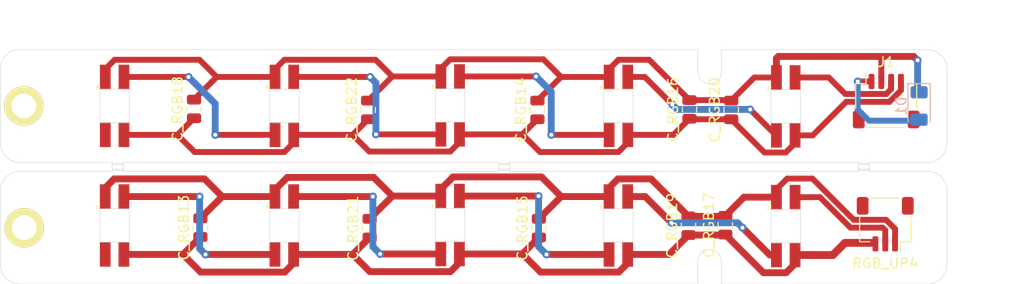
<source format=kicad_pcb>
(kicad_pcb (version 20171130) (host pcbnew "(5.1.10)-1")

  (general
    (thickness 0.8)
    (drawings 64)
    (tracks 216)
    (zones 0)
    (modules 25)
    (nets 18)
  )

  (page A3)
  (layers
    (0 F.Cu signal)
    (31 B.Cu signal)
    (32 B.Adhes user)
    (33 F.Adhes user)
    (34 B.Paste user)
    (35 F.Paste user)
    (36 B.SilkS user)
    (37 F.SilkS user)
    (38 B.Mask user)
    (39 F.Mask user)
    (40 Dwgs.User user)
    (41 Cmts.User user)
    (42 Eco1.User user)
    (43 Eco2.User user)
    (44 Edge.Cuts user)
    (45 Margin user)
    (46 B.CrtYd user)
    (47 F.CrtYd user)
    (48 B.Fab user)
    (49 F.Fab user)
  )

  (setup
    (last_trace_width 0.25)
    (user_trace_width 0.2)
    (user_trace_width 0.3)
    (user_trace_width 0.4)
    (user_trace_width 0.5)
    (user_trace_width 0.6)
    (user_trace_width 0.7)
    (user_trace_width 0.8)
    (user_trace_width 1)
    (user_trace_width 2)
    (user_trace_width 3)
    (trace_clearance 0.2)
    (zone_clearance 0.508)
    (zone_45_only no)
    (trace_min 0.2)
    (via_size 0.8)
    (via_drill 0.4)
    (via_min_size 0.4)
    (via_min_drill 0.3)
    (user_via 0.4 0.3)
    (uvia_size 0.3)
    (uvia_drill 0.1)
    (uvias_allowed no)
    (uvia_min_size 0.2)
    (uvia_min_drill 0.1)
    (edge_width 0.05)
    (segment_width 0.2)
    (pcb_text_width 0.3)
    (pcb_text_size 1.5 1.5)
    (mod_edge_width 0.12)
    (mod_text_size 1 1)
    (mod_text_width 0.15)
    (pad_size 4 4)
    (pad_drill 2.5)
    (pad_to_mask_clearance 0)
    (aux_axis_origin 0 0)
    (visible_elements 7FFFF7FF)
    (pcbplotparams
      (layerselection 0x010fc_ffffffff)
      (usegerberextensions false)
      (usegerberattributes true)
      (usegerberadvancedattributes true)
      (creategerberjobfile true)
      (excludeedgelayer true)
      (linewidth 0.100000)
      (plotframeref false)
      (viasonmask false)
      (mode 1)
      (useauxorigin false)
      (hpglpennumber 1)
      (hpglpenspeed 20)
      (hpglpendiameter 15.000000)
      (psnegative false)
      (psa4output false)
      (plotreference true)
      (plotvalue true)
      (plotinvisibletext false)
      (padsonsilk false)
      (subtractmaskfromsilk false)
      (outputformat 1)
      (mirror false)
      (drillshape 1)
      (scaleselection 1)
      (outputdirectory ""))
  )

  (net 0 "")
  (net 1 "Net-(D65-Pad2)")
  (net 2 "Net-(D65-Pad4)")
  (net 3 "Net-(D66-Pad2)")
  (net 4 "Net-(D66-Pad4)")
  (net 5 "Net-(D69-Pad2)")
  (net 6 "Net-(D70-Pad2)")
  (net 7 "Net-(D73-Pad2)")
  (net 8 "Net-(D74-Pad2)")
  (net 9 "Net-(D77-Pad2)")
  (net 10 "Net-(D78-Pad2)")
  (net 11 "Net-(D81-Pad2)")
  (net 12 "Net-(D82-Pad2)")
  (net 13 "Net-(C_RGB13-Pad2)")
  (net 14 "Net-(C_RGB13-Pad1)")
  (net 15 "Net-(C_RGB14-Pad2)")
  (net 16 "Net-(C_RGB14-Pad1)")
  (net 17 "Net-(D1-Pad2)")

  (net_class Default "This is the default net class."
    (clearance 0.2)
    (trace_width 0.25)
    (via_dia 0.8)
    (via_drill 0.4)
    (uvia_dia 0.3)
    (uvia_drill 0.1)
    (add_net "Net-(C_RGB13-Pad1)")
    (add_net "Net-(C_RGB13-Pad2)")
    (add_net "Net-(C_RGB14-Pad1)")
    (add_net "Net-(C_RGB14-Pad2)")
    (add_net "Net-(D1-Pad2)")
    (add_net "Net-(D65-Pad2)")
    (add_net "Net-(D65-Pad4)")
    (add_net "Net-(D66-Pad2)")
    (add_net "Net-(D66-Pad4)")
    (add_net "Net-(D69-Pad2)")
    (add_net "Net-(D70-Pad2)")
    (add_net "Net-(D73-Pad2)")
    (add_net "Net-(D74-Pad2)")
    (add_net "Net-(D77-Pad2)")
    (add_net "Net-(D78-Pad2)")
    (add_net "Net-(D81-Pad2)")
    (add_net "Net-(D82-Pad2)")
  )

  (module MX_Cherry_RGB:SK6812_miniE (layer B.Cu) (tedit 615B5637) (tstamp 6157F53E)
    (at 174.35 110.95 270)
    (path /61DA8931)
    (fp_text reference D82 (at 0 -0.5 90) (layer B.SilkS) hide
      (effects (font (size 1 1) (thickness 0.15)) (justify mirror))
    )
    (fp_text value WS2812B (at 0 0.5 90) (layer B.Fab) hide
      (effects (font (size 1 1) (thickness 0.15)) (justify mirror))
    )
    (fp_text user " " (at -0.01 1.865 90) (layer Dwgs.User) hide
      (effects (font (size 1 1) (thickness 0.15)))
    )
    (fp_line (start 1.69 -1.51) (end -1.71 -1.51) (layer Edge.Cuts) (width 0.05))
    (fp_line (start -1.71 1.49) (end 1.69 1.49) (layer Edge.Cuts) (width 0.05))
    (fp_line (start -2.01 1.79) (end -2.01 1.49) (layer F.SilkS) (width 0.12))
    (fp_line (start -1.71 -1.51) (end -1.71 1.49) (layer Edge.Cuts) (width 0.05))
    (fp_line (start 1.69 1.49) (end 1.69 -1.51) (layer Edge.Cuts) (width 0.05))
    (fp_line (start -1.71 1.79) (end -2.01 1.79) (layer F.SilkS) (width 0.12))
    (pad 1 smd rect (at 2.94 -0.96 270) (size 2.5 1.1) (layers F.Cu F.Paste F.Mask)
      (net 16 "Net-(C_RGB14-Pad1)"))
    (pad 2 smd rect (at 2.94 0.94 270) (size 2.5 1.1) (layers F.Cu F.Paste F.Mask)
      (net 12 "Net-(D82-Pad2)"))
    (pad 3 smd rect (at -2.96 0.94 270) (size 2.5 1.1) (layers F.Cu F.Paste F.Mask)
      (net 15 "Net-(C_RGB14-Pad2)"))
    (pad 4 smd rect (at -2.96 -0.96 270) (size 2.5 1.1) (layers F.Cu F.Paste F.Mask)
      (net 10 "Net-(D78-Pad2)"))
    (model "D:/Kicad/3D step/LED_SK6812MINI-E.step"
      (offset (xyz 0 5.07 0.7))
      (scale (xyz 1 1 1))
      (rotate (xyz 0 0 0))
    )
  )

  (module MX_Cherry_RGB:SK6812_miniE (layer B.Cu) (tedit 615B5637) (tstamp 6157F527)
    (at 174.34 123.14 270)
    (path /61CE9193)
    (fp_text reference D81 (at 0 -0.5 90) (layer B.SilkS) hide
      (effects (font (size 1 1) (thickness 0.15)) (justify mirror))
    )
    (fp_text value WS2812B (at 0 0.5 90) (layer B.Fab) hide
      (effects (font (size 1 1) (thickness 0.15)) (justify mirror))
    )
    (fp_text user " " (at -0.01 1.865 90) (layer Dwgs.User) hide
      (effects (font (size 1 1) (thickness 0.15)))
    )
    (fp_line (start 1.69 -1.51) (end -1.71 -1.51) (layer Edge.Cuts) (width 0.05))
    (fp_line (start -1.71 1.49) (end 1.69 1.49) (layer Edge.Cuts) (width 0.05))
    (fp_line (start -2.01 1.79) (end -2.01 1.49) (layer F.SilkS) (width 0.12))
    (fp_line (start -1.71 -1.51) (end -1.71 1.49) (layer Edge.Cuts) (width 0.05))
    (fp_line (start 1.69 1.49) (end 1.69 -1.51) (layer Edge.Cuts) (width 0.05))
    (fp_line (start -1.71 1.79) (end -2.01 1.79) (layer F.SilkS) (width 0.12))
    (pad 1 smd rect (at 2.94 -0.96 270) (size 2.5 1.1) (layers F.Cu F.Paste F.Mask)
      (net 14 "Net-(C_RGB13-Pad1)"))
    (pad 2 smd rect (at 2.94 0.94 270) (size 2.5 1.1) (layers F.Cu F.Paste F.Mask)
      (net 11 "Net-(D81-Pad2)"))
    (pad 3 smd rect (at -2.96 0.94 270) (size 2.5 1.1) (layers F.Cu F.Paste F.Mask)
      (net 13 "Net-(C_RGB13-Pad2)"))
    (pad 4 smd rect (at -2.96 -0.96 270) (size 2.5 1.1) (layers F.Cu F.Paste F.Mask)
      (net 9 "Net-(D77-Pad2)"))
    (model "D:/Kicad/3D step/LED_SK6812MINI-E.step"
      (offset (xyz 0 5.07 0.7))
      (scale (xyz 1 1 1))
      (rotate (xyz 0 0 0))
    )
  )

  (module MX_Cherry_RGB:SK6812_miniE (layer B.Cu) (tedit 615B5637) (tstamp 6157F4E2)
    (at 191.65 110.95 270)
    (path /61DA892B)
    (fp_text reference D78 (at 0 -0.5 90) (layer B.SilkS) hide
      (effects (font (size 1 1) (thickness 0.15)) (justify mirror))
    )
    (fp_text value WS2812B (at 0 0.5 90) (layer B.Fab) hide
      (effects (font (size 1 1) (thickness 0.15)) (justify mirror))
    )
    (fp_text user " " (at -0.01 1.865 90) (layer Dwgs.User) hide
      (effects (font (size 1 1) (thickness 0.15)))
    )
    (fp_line (start 1.69 -1.51) (end -1.71 -1.51) (layer Edge.Cuts) (width 0.05))
    (fp_line (start -1.71 1.49) (end 1.69 1.49) (layer Edge.Cuts) (width 0.05))
    (fp_line (start -2.01 1.79) (end -2.01 1.49) (layer F.SilkS) (width 0.12))
    (fp_line (start -1.71 -1.51) (end -1.71 1.49) (layer Edge.Cuts) (width 0.05))
    (fp_line (start 1.69 1.49) (end 1.69 -1.51) (layer Edge.Cuts) (width 0.05))
    (fp_line (start -1.71 1.79) (end -2.01 1.79) (layer F.SilkS) (width 0.12))
    (pad 1 smd rect (at 2.94 -0.96 270) (size 2.5 1.1) (layers F.Cu F.Paste F.Mask)
      (net 16 "Net-(C_RGB14-Pad1)"))
    (pad 2 smd rect (at 2.94 0.94 270) (size 2.5 1.1) (layers F.Cu F.Paste F.Mask)
      (net 10 "Net-(D78-Pad2)"))
    (pad 3 smd rect (at -2.96 0.94 270) (size 2.5 1.1) (layers F.Cu F.Paste F.Mask)
      (net 15 "Net-(C_RGB14-Pad2)"))
    (pad 4 smd rect (at -2.96 -0.96 270) (size 2.5 1.1) (layers F.Cu F.Paste F.Mask)
      (net 8 "Net-(D74-Pad2)"))
    (model "D:/Kicad/3D step/LED_SK6812MINI-E.step"
      (offset (xyz 0 5.07 0.7))
      (scale (xyz 1 1 1))
      (rotate (xyz 0 0 0))
    )
  )

  (module MX_Cherry_RGB:SK6812_miniE (layer B.Cu) (tedit 615B5637) (tstamp 6157F4CB)
    (at 191.64 123.14 270)
    (path /61CE918D)
    (fp_text reference D77 (at 0 -0.5 90) (layer B.SilkS) hide
      (effects (font (size 1 1) (thickness 0.15)) (justify mirror))
    )
    (fp_text value WS2812B (at 0 0.5 90) (layer B.Fab) hide
      (effects (font (size 1 1) (thickness 0.15)) (justify mirror))
    )
    (fp_text user " " (at -0.01 1.865 90) (layer Dwgs.User) hide
      (effects (font (size 1 1) (thickness 0.15)))
    )
    (fp_line (start 1.69 -1.51) (end -1.71 -1.51) (layer Edge.Cuts) (width 0.05))
    (fp_line (start -1.71 1.49) (end 1.69 1.49) (layer Edge.Cuts) (width 0.05))
    (fp_line (start -2.01 1.79) (end -2.01 1.49) (layer F.SilkS) (width 0.12))
    (fp_line (start -1.71 -1.51) (end -1.71 1.49) (layer Edge.Cuts) (width 0.05))
    (fp_line (start 1.69 1.49) (end 1.69 -1.51) (layer Edge.Cuts) (width 0.05))
    (fp_line (start -1.71 1.79) (end -2.01 1.79) (layer F.SilkS) (width 0.12))
    (pad 1 smd rect (at 2.94 -0.96 270) (size 2.5 1.1) (layers F.Cu F.Paste F.Mask)
      (net 14 "Net-(C_RGB13-Pad1)"))
    (pad 2 smd rect (at 2.94 0.94 270) (size 2.5 1.1) (layers F.Cu F.Paste F.Mask)
      (net 9 "Net-(D77-Pad2)"))
    (pad 3 smd rect (at -2.96 0.94 270) (size 2.5 1.1) (layers F.Cu F.Paste F.Mask)
      (net 13 "Net-(C_RGB13-Pad2)"))
    (pad 4 smd rect (at -2.96 -0.96 270) (size 2.5 1.1) (layers F.Cu F.Paste F.Mask)
      (net 7 "Net-(D73-Pad2)"))
    (model "D:/Kicad/3D step/LED_SK6812MINI-E.step"
      (offset (xyz 0 5.07 0.7))
      (scale (xyz 1 1 1))
      (rotate (xyz 0 0 0))
    )
  )

  (module MX_Cherry_RGB:SK6812_miniE (layer B.Cu) (tedit 615B5637) (tstamp 6157F486)
    (at 208.55 110.9 270)
    (path /61DA8925)
    (fp_text reference D74 (at 0 -0.5 90) (layer B.SilkS) hide
      (effects (font (size 1 1) (thickness 0.15)) (justify mirror))
    )
    (fp_text value WS2812B (at 0 0.5 90) (layer B.Fab) hide
      (effects (font (size 1 1) (thickness 0.15)) (justify mirror))
    )
    (fp_text user " " (at -0.01 1.865 90) (layer Dwgs.User) hide
      (effects (font (size 1 1) (thickness 0.15)))
    )
    (fp_line (start 1.69 -1.51) (end -1.71 -1.51) (layer Edge.Cuts) (width 0.05))
    (fp_line (start -1.71 1.49) (end 1.69 1.49) (layer Edge.Cuts) (width 0.05))
    (fp_line (start -2.01 1.79) (end -2.01 1.49) (layer F.SilkS) (width 0.12))
    (fp_line (start -1.71 -1.51) (end -1.71 1.49) (layer Edge.Cuts) (width 0.05))
    (fp_line (start 1.69 1.49) (end 1.69 -1.51) (layer Edge.Cuts) (width 0.05))
    (fp_line (start -1.71 1.79) (end -2.01 1.79) (layer F.SilkS) (width 0.12))
    (pad 1 smd rect (at 2.94 -0.96 270) (size 2.5 1.1) (layers F.Cu F.Paste F.Mask)
      (net 16 "Net-(C_RGB14-Pad1)"))
    (pad 2 smd rect (at 2.94 0.94 270) (size 2.5 1.1) (layers F.Cu F.Paste F.Mask)
      (net 8 "Net-(D74-Pad2)"))
    (pad 3 smd rect (at -2.96 0.94 270) (size 2.5 1.1) (layers F.Cu F.Paste F.Mask)
      (net 15 "Net-(C_RGB14-Pad2)"))
    (pad 4 smd rect (at -2.96 -0.96 270) (size 2.5 1.1) (layers F.Cu F.Paste F.Mask)
      (net 6 "Net-(D70-Pad2)"))
    (model "D:/Kicad/3D step/LED_SK6812MINI-E.step"
      (offset (xyz 0 5.07 0.7))
      (scale (xyz 1 1 1))
      (rotate (xyz 0 0 0))
    )
  )

  (module MX_Cherry_RGB:SK6812_miniE (layer B.Cu) (tedit 615B5637) (tstamp 6157F46F)
    (at 208.54 123.09 270)
    (path /61CA89C8)
    (fp_text reference D73 (at 0 -0.5 90) (layer B.SilkS) hide
      (effects (font (size 1 1) (thickness 0.15)) (justify mirror))
    )
    (fp_text value WS2812B (at 0 0.5 90) (layer B.Fab) hide
      (effects (font (size 1 1) (thickness 0.15)) (justify mirror))
    )
    (fp_text user " " (at -0.01 1.865 90) (layer Dwgs.User) hide
      (effects (font (size 1 1) (thickness 0.15)))
    )
    (fp_line (start 1.69 -1.51) (end -1.71 -1.51) (layer Edge.Cuts) (width 0.05))
    (fp_line (start -1.71 1.49) (end 1.69 1.49) (layer Edge.Cuts) (width 0.05))
    (fp_line (start -2.01 1.79) (end -2.01 1.49) (layer F.SilkS) (width 0.12))
    (fp_line (start -1.71 -1.51) (end -1.71 1.49) (layer Edge.Cuts) (width 0.05))
    (fp_line (start 1.69 1.49) (end 1.69 -1.51) (layer Edge.Cuts) (width 0.05))
    (fp_line (start -1.71 1.79) (end -2.01 1.79) (layer F.SilkS) (width 0.12))
    (pad 1 smd rect (at 2.94 -0.96 270) (size 2.5 1.1) (layers F.Cu F.Paste F.Mask)
      (net 14 "Net-(C_RGB13-Pad1)"))
    (pad 2 smd rect (at 2.94 0.94 270) (size 2.5 1.1) (layers F.Cu F.Paste F.Mask)
      (net 7 "Net-(D73-Pad2)"))
    (pad 3 smd rect (at -2.96 0.94 270) (size 2.5 1.1) (layers F.Cu F.Paste F.Mask)
      (net 13 "Net-(C_RGB13-Pad2)"))
    (pad 4 smd rect (at -2.96 -0.96 270) (size 2.5 1.1) (layers F.Cu F.Paste F.Mask)
      (net 5 "Net-(D69-Pad2)"))
    (model "D:/Kicad/3D step/LED_SK6812MINI-E.step"
      (offset (xyz 0 5.07 0.7))
      (scale (xyz 1 1 1))
      (rotate (xyz 0 0 0))
    )
  )

  (module MX_Cherry_RGB:SK6812_miniE (layer B.Cu) (tedit 615B5637) (tstamp 6157F42A)
    (at 225.7 110.95 270)
    (path /61DA891F)
    (fp_text reference D70 (at 0 -0.5 90) (layer B.SilkS) hide
      (effects (font (size 1 1) (thickness 0.15)) (justify mirror))
    )
    (fp_text value WS2812B (at 0 0.5 90) (layer B.Fab) hide
      (effects (font (size 1 1) (thickness 0.15)) (justify mirror))
    )
    (fp_text user " " (at -0.01 1.865 90) (layer Dwgs.User) hide
      (effects (font (size 1 1) (thickness 0.15)))
    )
    (fp_line (start 1.69 -1.51) (end -1.71 -1.51) (layer Edge.Cuts) (width 0.05))
    (fp_line (start -1.71 1.49) (end 1.69 1.49) (layer Edge.Cuts) (width 0.05))
    (fp_line (start -2.01 1.79) (end -2.01 1.49) (layer F.SilkS) (width 0.12))
    (fp_line (start -1.71 -1.51) (end -1.71 1.49) (layer Edge.Cuts) (width 0.05))
    (fp_line (start 1.69 1.49) (end 1.69 -1.51) (layer Edge.Cuts) (width 0.05))
    (fp_line (start -1.71 1.79) (end -2.01 1.79) (layer F.SilkS) (width 0.12))
    (pad 1 smd rect (at 2.94 -0.96 270) (size 2.5 1.1) (layers F.Cu F.Paste F.Mask)
      (net 16 "Net-(C_RGB14-Pad1)"))
    (pad 2 smd rect (at 2.94 0.94 270) (size 2.5 1.1) (layers F.Cu F.Paste F.Mask)
      (net 6 "Net-(D70-Pad2)"))
    (pad 3 smd rect (at -2.96 0.94 270) (size 2.5 1.1) (layers F.Cu F.Paste F.Mask)
      (net 15 "Net-(C_RGB14-Pad2)"))
    (pad 4 smd rect (at -2.96 -0.96 270) (size 2.5 1.1) (layers F.Cu F.Paste F.Mask)
      (net 3 "Net-(D66-Pad2)"))
    (model "D:/Kicad/3D step/LED_SK6812MINI-E.step"
      (offset (xyz 0 5.07 0.7))
      (scale (xyz 1 1 1))
      (rotate (xyz 0 0 0))
    )
  )

  (module MX_Cherry_RGB:SK6812_miniE (layer B.Cu) (tedit 615B5637) (tstamp 6157F413)
    (at 225.69 123.14 270)
    (path /61CA89C2)
    (fp_text reference D69 (at 0 -0.5 90) (layer B.SilkS) hide
      (effects (font (size 1 1) (thickness 0.15)) (justify mirror))
    )
    (fp_text value WS2812B (at 0 0.5 90) (layer B.Fab) hide
      (effects (font (size 1 1) (thickness 0.15)) (justify mirror))
    )
    (fp_text user " " (at -0.01 1.865 90) (layer Dwgs.User) hide
      (effects (font (size 1 1) (thickness 0.15)))
    )
    (fp_line (start 1.69 -1.51) (end -1.71 -1.51) (layer Edge.Cuts) (width 0.05))
    (fp_line (start -1.71 1.49) (end 1.69 1.49) (layer Edge.Cuts) (width 0.05))
    (fp_line (start -2.01 1.79) (end -2.01 1.49) (layer F.SilkS) (width 0.12))
    (fp_line (start -1.71 -1.51) (end -1.71 1.49) (layer Edge.Cuts) (width 0.05))
    (fp_line (start 1.69 1.49) (end 1.69 -1.51) (layer Edge.Cuts) (width 0.05))
    (fp_line (start -1.71 1.79) (end -2.01 1.79) (layer F.SilkS) (width 0.12))
    (pad 1 smd rect (at 2.94 -0.96 270) (size 2.5 1.1) (layers F.Cu F.Paste F.Mask)
      (net 14 "Net-(C_RGB13-Pad1)"))
    (pad 2 smd rect (at 2.94 0.94 270) (size 2.5 1.1) (layers F.Cu F.Paste F.Mask)
      (net 5 "Net-(D69-Pad2)"))
    (pad 3 smd rect (at -2.96 0.94 270) (size 2.5 1.1) (layers F.Cu F.Paste F.Mask)
      (net 13 "Net-(C_RGB13-Pad2)"))
    (pad 4 smd rect (at -2.96 -0.96 270) (size 2.5 1.1) (layers F.Cu F.Paste F.Mask)
      (net 1 "Net-(D65-Pad2)"))
    (model "D:/Kicad/3D step/LED_SK6812MINI-E.step"
      (offset (xyz 0 5.07 0.7))
      (scale (xyz 1 1 1))
      (rotate (xyz 0 0 0))
    )
  )

  (module MX_Cherry_RGB:SK6812_miniE (layer B.Cu) (tedit 615B5637) (tstamp 6157F3CE)
    (at 242.75 111 270)
    (path /61DA8919)
    (fp_text reference D66 (at 0 -0.5 90) (layer B.SilkS) hide
      (effects (font (size 1 1) (thickness 0.15)) (justify mirror))
    )
    (fp_text value WS2812B (at 0 0.5 90) (layer B.Fab) hide
      (effects (font (size 1 1) (thickness 0.15)) (justify mirror))
    )
    (fp_text user " " (at -0.01 1.865 90) (layer Dwgs.User) hide
      (effects (font (size 1 1) (thickness 0.15)))
    )
    (fp_line (start 1.69 -1.51) (end -1.71 -1.51) (layer Edge.Cuts) (width 0.05))
    (fp_line (start -1.71 1.49) (end 1.69 1.49) (layer Edge.Cuts) (width 0.05))
    (fp_line (start -2.01 1.79) (end -2.01 1.49) (layer F.SilkS) (width 0.12))
    (fp_line (start -1.71 -1.51) (end -1.71 1.49) (layer Edge.Cuts) (width 0.05))
    (fp_line (start 1.69 1.49) (end 1.69 -1.51) (layer Edge.Cuts) (width 0.05))
    (fp_line (start -1.71 1.79) (end -2.01 1.79) (layer F.SilkS) (width 0.12))
    (pad 1 smd rect (at 2.94 -0.96 270) (size 2.5 1.1) (layers F.Cu F.Paste F.Mask)
      (net 16 "Net-(C_RGB14-Pad1)"))
    (pad 2 smd rect (at 2.94 0.94 270) (size 2.5 1.1) (layers F.Cu F.Paste F.Mask)
      (net 3 "Net-(D66-Pad2)"))
    (pad 3 smd rect (at -2.96 0.94 270) (size 2.5 1.1) (layers F.Cu F.Paste F.Mask)
      (net 15 "Net-(C_RGB14-Pad2)"))
    (pad 4 smd rect (at -2.96 -0.96 270) (size 2.5 1.1) (layers F.Cu F.Paste F.Mask)
      (net 4 "Net-(D66-Pad4)"))
    (model "D:/Kicad/3D step/LED_SK6812MINI-E.step"
      (offset (xyz 0 5.07 0.7))
      (scale (xyz 1 1 1))
      (rotate (xyz 0 0 0))
    )
  )

  (module MX_Cherry_RGB:SK6812_miniE (layer B.Cu) (tedit 615B5637) (tstamp 6157F3B7)
    (at 242.75 123.2 270)
    (path /61C2CA9C)
    (fp_text reference D65 (at 0 -0.5 90) (layer B.SilkS) hide
      (effects (font (size 1 1) (thickness 0.15)) (justify mirror))
    )
    (fp_text value WS2812B (at 0 0.5 90) (layer B.Fab) hide
      (effects (font (size 1 1) (thickness 0.15)) (justify mirror))
    )
    (fp_text user " " (at -0.01 1.865 90) (layer Dwgs.User) hide
      (effects (font (size 1 1) (thickness 0.15)))
    )
    (fp_line (start 1.69 -1.51) (end -1.71 -1.51) (layer Edge.Cuts) (width 0.05))
    (fp_line (start -1.71 1.49) (end 1.69 1.49) (layer Edge.Cuts) (width 0.05))
    (fp_line (start -2.01 1.79) (end -2.01 1.49) (layer F.SilkS) (width 0.12))
    (fp_line (start -1.71 -1.51) (end -1.71 1.49) (layer Edge.Cuts) (width 0.05))
    (fp_line (start 1.69 1.49) (end 1.69 -1.51) (layer Edge.Cuts) (width 0.05))
    (fp_line (start -1.71 1.79) (end -2.01 1.79) (layer F.SilkS) (width 0.12))
    (pad 1 smd rect (at 2.94 -0.96 270) (size 2.5 1.1) (layers F.Cu F.Paste F.Mask)
      (net 14 "Net-(C_RGB13-Pad1)"))
    (pad 2 smd rect (at 2.94 0.94 270) (size 2.5 1.1) (layers F.Cu F.Paste F.Mask)
      (net 1 "Net-(D65-Pad2)"))
    (pad 3 smd rect (at -2.96 0.94 270) (size 2.5 1.1) (layers F.Cu F.Paste F.Mask)
      (net 13 "Net-(C_RGB13-Pad2)"))
    (pad 4 smd rect (at -2.96 -0.96 270) (size 2.5 1.1) (layers F.Cu F.Paste F.Mask)
      (net 2 "Net-(D65-Pad4)"))
    (model "D:/Kicad/3D step/LED_SK6812MINI-E.step"
      (offset (xyz 0 5.07 0.7))
      (scale (xyz 1 1 1))
      (rotate (xyz 0 0 0))
    )
  )

  (module Keyboard:HOLE_M2.6 (layer F.Cu) (tedit 615B5F13) (tstamp 615BBFF9)
    (at 165.1 110.95)
    (path /615BBF02)
    (fp_text reference H2 (at 0 -4.5) (layer F.SilkS) hide
      (effects (font (size 1.524 1.524) (thickness 0.3048)))
    )
    (fp_text value MountingHole (at 0.05 -7.25) (layer F.SilkS) hide
      (effects (font (size 1.524 1.524) (thickness 0.3048)))
    )
    (pad 1 thru_hole circle (at 0 0) (size 4 4) (drill 2.5) (layers *.Cu *.Mask F.SilkS))
  )

  (module Keyboard:HOLE_M2.6 (layer F.Cu) (tedit 615B5F19) (tstamp 615BBFF4)
    (at 165.15 123.35)
    (path /615BA540)
    (fp_text reference H1 (at 0 -4.5) (layer F.SilkS) hide
      (effects (font (size 1.524 1.524) (thickness 0.3048)))
    )
    (fp_text value MountingHole (at 0.05 -7.25) (layer F.SilkS) hide
      (effects (font (size 1.524 1.524) (thickness 0.3048)))
    )
    (pad 1 thru_hole circle (at 0 0) (size 4 4) (drill 2.5) (layers *.Cu *.Mask F.SilkS))
  )

  (module LED_SMD:LED_1206_3216Metric (layer B.Cu) (tedit 5F68FEF1) (tstamp 6158E352)
    (at 256.35 110.95 270)
    (descr "LED SMD 1206 (3216 Metric), square (rectangular) end terminal, IPC_7351 nominal, (Body size source: http://www.tortai-tech.com/upload/download/2011102023233369053.pdf), generated with kicad-footprint-generator")
    (tags LED)
    (path /61598BA1)
    (attr smd)
    (fp_text reference D1 (at 0 1.82 90) (layer B.SilkS)
      (effects (font (size 1 1) (thickness 0.15)) (justify mirror))
    )
    (fp_text value LED (at 0 -1.82 90) (layer B.Fab)
      (effects (font (size 1 1) (thickness 0.15)) (justify mirror))
    )
    (fp_text user %R (at 0 0 90) (layer B.Fab)
      (effects (font (size 0.8 0.8) (thickness 0.12)) (justify mirror))
    )
    (fp_line (start 1.6 0.8) (end -1.2 0.8) (layer B.Fab) (width 0.1))
    (fp_line (start -1.2 0.8) (end -1.6 0.4) (layer B.Fab) (width 0.1))
    (fp_line (start -1.6 0.4) (end -1.6 -0.8) (layer B.Fab) (width 0.1))
    (fp_line (start -1.6 -0.8) (end 1.6 -0.8) (layer B.Fab) (width 0.1))
    (fp_line (start 1.6 -0.8) (end 1.6 0.8) (layer B.Fab) (width 0.1))
    (fp_line (start 1.6 1.135) (end -2.285 1.135) (layer B.SilkS) (width 0.12))
    (fp_line (start -2.285 1.135) (end -2.285 -1.135) (layer B.SilkS) (width 0.12))
    (fp_line (start -2.285 -1.135) (end 1.6 -1.135) (layer B.SilkS) (width 0.12))
    (fp_line (start -2.28 -1.12) (end -2.28 1.12) (layer B.CrtYd) (width 0.05))
    (fp_line (start -2.28 1.12) (end 2.28 1.12) (layer B.CrtYd) (width 0.05))
    (fp_line (start 2.28 1.12) (end 2.28 -1.12) (layer B.CrtYd) (width 0.05))
    (fp_line (start 2.28 -1.12) (end -2.28 -1.12) (layer B.CrtYd) (width 0.05))
    (pad 2 smd roundrect (at 1.4 0 270) (size 1.25 1.75) (layers B.Cu B.Paste B.Mask) (roundrect_rratio 0.2)
      (net 17 "Net-(D1-Pad2)"))
    (pad 1 smd roundrect (at -1.4 0 270) (size 1.25 1.75) (layers B.Cu B.Paste B.Mask) (roundrect_rratio 0.2)
      (net 15 "Net-(C_RGB14-Pad2)"))
    (model ${KISYS3DMOD}/LED_SMD.3dshapes/LED_1206_3216Metric.wrl
      (at (xyz 0 0 0))
      (scale (xyz 1 1 1))
      (rotate (xyz 0 0 0))
    )
  )

  (module Connector_JST:JST_SH_SM03B-SRSS-TB_1x03-1MP_P1.00mm_Horizontal (layer F.Cu) (tedit 5B78AD87) (tstamp 6158E49F)
    (at 252.9 123 180)
    (descr "JST SH series connector, SM03B-SRSS-TB (http://www.jst-mfg.com/product/pdf/eng/eSH.pdf), generated with kicad-footprint-generator")
    (tags "connector JST SH top entry")
    (path /628AC3AE)
    (attr smd)
    (fp_text reference RGB_UP4 (at 0 -3.98) (layer F.SilkS)
      (effects (font (size 1 1) (thickness 0.15)))
    )
    (fp_text value Conn_01x03_Female (at 0 3.98) (layer F.Fab)
      (effects (font (size 1 1) (thickness 0.15)))
    )
    (fp_line (start -1 -0.967893) (end -0.5 -1.675) (layer F.Fab) (width 0.1))
    (fp_line (start -1.5 -1.675) (end -1 -0.967893) (layer F.Fab) (width 0.1))
    (fp_line (start 3.4 -3.28) (end -3.4 -3.28) (layer F.CrtYd) (width 0.05))
    (fp_line (start 3.4 3.28) (end 3.4 -3.28) (layer F.CrtYd) (width 0.05))
    (fp_line (start -3.4 3.28) (end 3.4 3.28) (layer F.CrtYd) (width 0.05))
    (fp_line (start -3.4 -3.28) (end -3.4 3.28) (layer F.CrtYd) (width 0.05))
    (fp_line (start 2.5 -1.675) (end 2.5 2.575) (layer F.Fab) (width 0.1))
    (fp_line (start -2.5 -1.675) (end -2.5 2.575) (layer F.Fab) (width 0.1))
    (fp_line (start -2.5 2.575) (end 2.5 2.575) (layer F.Fab) (width 0.1))
    (fp_line (start -1.44 2.685) (end 1.44 2.685) (layer F.SilkS) (width 0.12))
    (fp_line (start 2.61 -1.785) (end 1.56 -1.785) (layer F.SilkS) (width 0.12))
    (fp_line (start 2.61 0.715) (end 2.61 -1.785) (layer F.SilkS) (width 0.12))
    (fp_line (start -1.56 -1.785) (end -1.56 -2.775) (layer F.SilkS) (width 0.12))
    (fp_line (start -2.61 -1.785) (end -1.56 -1.785) (layer F.SilkS) (width 0.12))
    (fp_line (start -2.61 0.715) (end -2.61 -1.785) (layer F.SilkS) (width 0.12))
    (fp_line (start -2.5 -1.675) (end 2.5 -1.675) (layer F.Fab) (width 0.1))
    (fp_text user %R (at 0 0) (layer F.Fab)
      (effects (font (size 1 1) (thickness 0.15)))
    )
    (pad MP smd roundrect (at 2.3 1.875 180) (size 1.2 1.8) (layers F.Cu F.Paste F.Mask) (roundrect_rratio 0.208333))
    (pad MP smd roundrect (at -2.3 1.875 180) (size 1.2 1.8) (layers F.Cu F.Paste F.Mask) (roundrect_rratio 0.208333))
    (pad 3 smd roundrect (at 1 -2 180) (size 0.6 1.55) (layers F.Cu F.Paste F.Mask) (roundrect_rratio 0.25)
      (net 14 "Net-(C_RGB13-Pad1)"))
    (pad 2 smd roundrect (at 0 -2 180) (size 0.6 1.55) (layers F.Cu F.Paste F.Mask) (roundrect_rratio 0.25)
      (net 2 "Net-(D65-Pad4)"))
    (pad 1 smd roundrect (at -1 -2 180) (size 0.6 1.55) (layers F.Cu F.Paste F.Mask) (roundrect_rratio 0.25)
      (net 13 "Net-(C_RGB13-Pad2)"))
    (model ${KISYS3DMOD}/Connector_JST.3dshapes/JST_SH_SM03B-SRSS-TB_1x03-1MP_P1.00mm_Horizontal.wrl
      (at (xyz 0 0 0))
      (scale (xyz 1 1 1))
      (rotate (xyz 0 0 0))
    )
  )

  (module Connector_JST:JST_SH_SM04B-SRSS-TB_1x04-1MP_P1.00mm_Horizontal (layer F.Cu) (tedit 5B78AD87) (tstamp 6158E485)
    (at 253 110.45)
    (descr "JST SH series connector, SM04B-SRSS-TB (http://www.jst-mfg.com/product/pdf/eng/eSH.pdf), generated with kicad-footprint-generator")
    (tags "connector JST SH top entry")
    (path /61596F24)
    (attr smd)
    (fp_text reference J1 (at 0 -3.98) (layer F.SilkS)
      (effects (font (size 1 1) (thickness 0.15)))
    )
    (fp_text value Conn_01x04_Female (at 0 3.98) (layer F.Fab)
      (effects (font (size 1 1) (thickness 0.15)))
    )
    (fp_line (start -1.5 -0.967893) (end -1 -1.675) (layer F.Fab) (width 0.1))
    (fp_line (start -2 -1.675) (end -1.5 -0.967893) (layer F.Fab) (width 0.1))
    (fp_line (start 3.9 -3.28) (end -3.9 -3.28) (layer F.CrtYd) (width 0.05))
    (fp_line (start 3.9 3.28) (end 3.9 -3.28) (layer F.CrtYd) (width 0.05))
    (fp_line (start -3.9 3.28) (end 3.9 3.28) (layer F.CrtYd) (width 0.05))
    (fp_line (start -3.9 -3.28) (end -3.9 3.28) (layer F.CrtYd) (width 0.05))
    (fp_line (start 3 -1.675) (end 3 2.575) (layer F.Fab) (width 0.1))
    (fp_line (start -3 -1.675) (end -3 2.575) (layer F.Fab) (width 0.1))
    (fp_line (start -3 2.575) (end 3 2.575) (layer F.Fab) (width 0.1))
    (fp_line (start -1.94 2.685) (end 1.94 2.685) (layer F.SilkS) (width 0.12))
    (fp_line (start 3.11 -1.785) (end 2.06 -1.785) (layer F.SilkS) (width 0.12))
    (fp_line (start 3.11 0.715) (end 3.11 -1.785) (layer F.SilkS) (width 0.12))
    (fp_line (start -2.06 -1.785) (end -2.06 -2.775) (layer F.SilkS) (width 0.12))
    (fp_line (start -3.11 -1.785) (end -2.06 -1.785) (layer F.SilkS) (width 0.12))
    (fp_line (start -3.11 0.715) (end -3.11 -1.785) (layer F.SilkS) (width 0.12))
    (fp_line (start -3 -1.675) (end 3 -1.675) (layer F.Fab) (width 0.1))
    (fp_text user %R (at 0 0) (layer F.Fab)
      (effects (font (size 1 1) (thickness 0.15)))
    )
    (pad MP smd roundrect (at 2.8 1.875) (size 1.2 1.8) (layers F.Cu F.Paste F.Mask) (roundrect_rratio 0.208333))
    (pad MP smd roundrect (at -2.8 1.875) (size 1.2 1.8) (layers F.Cu F.Paste F.Mask) (roundrect_rratio 0.208333))
    (pad 4 smd roundrect (at 1.5 -2) (size 0.6 1.55) (layers F.Cu F.Paste F.Mask) (roundrect_rratio 0.25)
      (net 16 "Net-(C_RGB14-Pad1)"))
    (pad 3 smd roundrect (at 0.5 -2) (size 0.6 1.55) (layers F.Cu F.Paste F.Mask) (roundrect_rratio 0.25)
      (net 4 "Net-(D66-Pad4)"))
    (pad 2 smd roundrect (at -0.5 -2) (size 0.6 1.55) (layers F.Cu F.Paste F.Mask) (roundrect_rratio 0.25)
      (net 15 "Net-(C_RGB14-Pad2)"))
    (pad 1 smd roundrect (at -1.5 -2) (size 0.6 1.55) (layers F.Cu F.Paste F.Mask) (roundrect_rratio 0.25)
      (net 17 "Net-(D1-Pad2)"))
    (model ${KISYS3DMOD}/Connector_JST.3dshapes/JST_SH_SM04B-SRSS-TB_1x04-1MP_P1.00mm_Horizontal.wrl
      (at (xyz 0 0 0))
      (scale (xyz 1 1 1))
      (rotate (xyz 0 0 0))
    )
  )

  (module Capacitor_SMD:C_0805_2012Metric (layer F.Cu) (tedit 5F68FEEE) (tstamp 615A28EF)
    (at 200.2 111.35 90)
    (descr "Capacitor SMD 0805 (2012 Metric), square (rectangular) end terminal, IPC_7351 nominal, (Body size source: IPC-SM-782 page 76, https://www.pcb-3d.com/wordpress/wp-content/uploads/ipc-sm-782a_amendment_1_and_2.pdf, https://docs.google.com/spreadsheets/d/1BsfQQcO9C6DZCsRaXUlFlo91Tg2WpOkGARC1WS5S8t0/edit?usp=sharing), generated with kicad-footprint-generator")
    (tags capacitor)
    (path /617D5BC2)
    (attr smd)
    (fp_text reference C_RGB22 (at 0 -1.68 90) (layer F.SilkS)
      (effects (font (size 1 1) (thickness 0.15)))
    )
    (fp_text value 100nF (at 0 1.68 90) (layer F.Fab)
      (effects (font (size 1 1) (thickness 0.15)))
    )
    (fp_line (start 1.7 0.98) (end -1.7 0.98) (layer F.CrtYd) (width 0.05))
    (fp_line (start 1.7 -0.98) (end 1.7 0.98) (layer F.CrtYd) (width 0.05))
    (fp_line (start -1.7 -0.98) (end 1.7 -0.98) (layer F.CrtYd) (width 0.05))
    (fp_line (start -1.7 0.98) (end -1.7 -0.98) (layer F.CrtYd) (width 0.05))
    (fp_line (start -0.261252 0.735) (end 0.261252 0.735) (layer F.SilkS) (width 0.12))
    (fp_line (start -0.261252 -0.735) (end 0.261252 -0.735) (layer F.SilkS) (width 0.12))
    (fp_line (start 1 0.625) (end -1 0.625) (layer F.Fab) (width 0.1))
    (fp_line (start 1 -0.625) (end 1 0.625) (layer F.Fab) (width 0.1))
    (fp_line (start -1 -0.625) (end 1 -0.625) (layer F.Fab) (width 0.1))
    (fp_line (start -1 0.625) (end -1 -0.625) (layer F.Fab) (width 0.1))
    (fp_text user %R (at 0 0 90) (layer F.Fab)
      (effects (font (size 0.5 0.5) (thickness 0.08)))
    )
    (pad 2 smd roundrect (at 0.95 0 90) (size 1 1.45) (layers F.Cu F.Paste F.Mask) (roundrect_rratio 0.25)
      (net 15 "Net-(C_RGB14-Pad2)"))
    (pad 1 smd roundrect (at -0.95 0 90) (size 1 1.45) (layers F.Cu F.Paste F.Mask) (roundrect_rratio 0.25)
      (net 16 "Net-(C_RGB14-Pad1)"))
    (model ${KISYS3DMOD}/Capacitor_SMD.3dshapes/C_0805_2012Metric.wrl
      (at (xyz 0 0 0))
      (scale (xyz 1 1 1))
      (rotate (xyz 0 0 0))
    )
  )

  (module Capacitor_SMD:C_0805_2012Metric (layer F.Cu) (tedit 5F68FEEE) (tstamp 615A294F)
    (at 200.35 123.4 90)
    (descr "Capacitor SMD 0805 (2012 Metric), square (rectangular) end terminal, IPC_7351 nominal, (Body size source: IPC-SM-782 page 76, https://www.pcb-3d.com/wordpress/wp-content/uploads/ipc-sm-782a_amendment_1_and_2.pdf, https://docs.google.com/spreadsheets/d/1BsfQQcO9C6DZCsRaXUlFlo91Tg2WpOkGARC1WS5S8t0/edit?usp=sharing), generated with kicad-footprint-generator")
    (tags capacitor)
    (path /61641CE2)
    (attr smd)
    (fp_text reference C_RGB21 (at 0 -1.68 90) (layer F.SilkS)
      (effects (font (size 1 1) (thickness 0.15)))
    )
    (fp_text value 100nF (at 0 1.68 90) (layer F.Fab)
      (effects (font (size 1 1) (thickness 0.15)))
    )
    (fp_line (start 1.7 0.98) (end -1.7 0.98) (layer F.CrtYd) (width 0.05))
    (fp_line (start 1.7 -0.98) (end 1.7 0.98) (layer F.CrtYd) (width 0.05))
    (fp_line (start -1.7 -0.98) (end 1.7 -0.98) (layer F.CrtYd) (width 0.05))
    (fp_line (start -1.7 0.98) (end -1.7 -0.98) (layer F.CrtYd) (width 0.05))
    (fp_line (start -0.261252 0.735) (end 0.261252 0.735) (layer F.SilkS) (width 0.12))
    (fp_line (start -0.261252 -0.735) (end 0.261252 -0.735) (layer F.SilkS) (width 0.12))
    (fp_line (start 1 0.625) (end -1 0.625) (layer F.Fab) (width 0.1))
    (fp_line (start 1 -0.625) (end 1 0.625) (layer F.Fab) (width 0.1))
    (fp_line (start -1 -0.625) (end 1 -0.625) (layer F.Fab) (width 0.1))
    (fp_line (start -1 0.625) (end -1 -0.625) (layer F.Fab) (width 0.1))
    (fp_text user %R (at 0 0 90) (layer F.Fab)
      (effects (font (size 0.5 0.5) (thickness 0.08)))
    )
    (pad 2 smd roundrect (at 0.95 0 90) (size 1 1.45) (layers F.Cu F.Paste F.Mask) (roundrect_rratio 0.25)
      (net 13 "Net-(C_RGB13-Pad2)"))
    (pad 1 smd roundrect (at -0.95 0 90) (size 1 1.45) (layers F.Cu F.Paste F.Mask) (roundrect_rratio 0.25)
      (net 14 "Net-(C_RGB13-Pad1)"))
    (model ${KISYS3DMOD}/Capacitor_SMD.3dshapes/C_0805_2012Metric.wrl
      (at (xyz 0 0 0))
      (scale (xyz 1 1 1))
      (rotate (xyz 0 0 0))
    )
  )

  (module Capacitor_SMD:C_0805_2012Metric (layer F.Cu) (tedit 5F68FEEE) (tstamp 615A297F)
    (at 237.2 111.35 90)
    (descr "Capacitor SMD 0805 (2012 Metric), square (rectangular) end terminal, IPC_7351 nominal, (Body size source: IPC-SM-782 page 76, https://www.pcb-3d.com/wordpress/wp-content/uploads/ipc-sm-782a_amendment_1_and_2.pdf, https://docs.google.com/spreadsheets/d/1BsfQQcO9C6DZCsRaXUlFlo91Tg2WpOkGARC1WS5S8t0/edit?usp=sharing), generated with kicad-footprint-generator")
    (tags capacitor)
    (path /617D5BB6)
    (attr smd)
    (fp_text reference C_RGB20 (at 0 -1.68 90) (layer F.SilkS)
      (effects (font (size 1 1) (thickness 0.15)))
    )
    (fp_text value 100nF (at 0 1.68 90) (layer F.Fab)
      (effects (font (size 1 1) (thickness 0.15)))
    )
    (fp_line (start 1.7 0.98) (end -1.7 0.98) (layer F.CrtYd) (width 0.05))
    (fp_line (start 1.7 -0.98) (end 1.7 0.98) (layer F.CrtYd) (width 0.05))
    (fp_line (start -1.7 -0.98) (end 1.7 -0.98) (layer F.CrtYd) (width 0.05))
    (fp_line (start -1.7 0.98) (end -1.7 -0.98) (layer F.CrtYd) (width 0.05))
    (fp_line (start -0.261252 0.735) (end 0.261252 0.735) (layer F.SilkS) (width 0.12))
    (fp_line (start -0.261252 -0.735) (end 0.261252 -0.735) (layer F.SilkS) (width 0.12))
    (fp_line (start 1 0.625) (end -1 0.625) (layer F.Fab) (width 0.1))
    (fp_line (start 1 -0.625) (end 1 0.625) (layer F.Fab) (width 0.1))
    (fp_line (start -1 -0.625) (end 1 -0.625) (layer F.Fab) (width 0.1))
    (fp_line (start -1 0.625) (end -1 -0.625) (layer F.Fab) (width 0.1))
    (fp_text user %R (at 0 0 90) (layer F.Fab)
      (effects (font (size 0.5 0.5) (thickness 0.08)))
    )
    (pad 2 smd roundrect (at 0.95 0 90) (size 1 1.45) (layers F.Cu F.Paste F.Mask) (roundrect_rratio 0.25)
      (net 15 "Net-(C_RGB14-Pad2)"))
    (pad 1 smd roundrect (at -0.95 0 90) (size 1 1.45) (layers F.Cu F.Paste F.Mask) (roundrect_rratio 0.25)
      (net 16 "Net-(C_RGB14-Pad1)"))
    (model ${KISYS3DMOD}/Capacitor_SMD.3dshapes/C_0805_2012Metric.wrl
      (at (xyz 0 0 0))
      (scale (xyz 1 1 1))
      (rotate (xyz 0 0 0))
    )
  )

  (module Capacitor_SMD:C_0805_2012Metric (layer F.Cu) (tedit 5F68FEEE) (tstamp 615A29AF)
    (at 232.85 123.15 90)
    (descr "Capacitor SMD 0805 (2012 Metric), square (rectangular) end terminal, IPC_7351 nominal, (Body size source: IPC-SM-782 page 76, https://www.pcb-3d.com/wordpress/wp-content/uploads/ipc-sm-782a_amendment_1_and_2.pdf, https://docs.google.com/spreadsheets/d/1BsfQQcO9C6DZCsRaXUlFlo91Tg2WpOkGARC1WS5S8t0/edit?usp=sharing), generated with kicad-footprint-generator")
    (tags capacitor)
    (path /61641CD6)
    (attr smd)
    (fp_text reference C_RGB19 (at 0 -1.68 90) (layer F.SilkS)
      (effects (font (size 1 1) (thickness 0.15)))
    )
    (fp_text value 100nF (at 0 1.68 90) (layer F.Fab)
      (effects (font (size 1 1) (thickness 0.15)))
    )
    (fp_line (start 1.7 0.98) (end -1.7 0.98) (layer F.CrtYd) (width 0.05))
    (fp_line (start 1.7 -0.98) (end 1.7 0.98) (layer F.CrtYd) (width 0.05))
    (fp_line (start -1.7 -0.98) (end 1.7 -0.98) (layer F.CrtYd) (width 0.05))
    (fp_line (start -1.7 0.98) (end -1.7 -0.98) (layer F.CrtYd) (width 0.05))
    (fp_line (start -0.261252 0.735) (end 0.261252 0.735) (layer F.SilkS) (width 0.12))
    (fp_line (start -0.261252 -0.735) (end 0.261252 -0.735) (layer F.SilkS) (width 0.12))
    (fp_line (start 1 0.625) (end -1 0.625) (layer F.Fab) (width 0.1))
    (fp_line (start 1 -0.625) (end 1 0.625) (layer F.Fab) (width 0.1))
    (fp_line (start -1 -0.625) (end 1 -0.625) (layer F.Fab) (width 0.1))
    (fp_line (start -1 0.625) (end -1 -0.625) (layer F.Fab) (width 0.1))
    (fp_text user %R (at 0 0 90) (layer F.Fab)
      (effects (font (size 0.5 0.5) (thickness 0.08)))
    )
    (pad 2 smd roundrect (at 0.95 0 90) (size 1 1.45) (layers F.Cu F.Paste F.Mask) (roundrect_rratio 0.25)
      (net 13 "Net-(C_RGB13-Pad2)"))
    (pad 1 smd roundrect (at -0.95 0 90) (size 1 1.45) (layers F.Cu F.Paste F.Mask) (roundrect_rratio 0.25)
      (net 14 "Net-(C_RGB13-Pad1)"))
    (model ${KISYS3DMOD}/Capacitor_SMD.3dshapes/C_0805_2012Metric.wrl
      (at (xyz 0 0 0))
      (scale (xyz 1 1 1))
      (rotate (xyz 0 0 0))
    )
  )

  (module Capacitor_SMD:C_0805_2012Metric (layer F.Cu) (tedit 5F68FEEE) (tstamp 615A291F)
    (at 182.45 111.25 90)
    (descr "Capacitor SMD 0805 (2012 Metric), square (rectangular) end terminal, IPC_7351 nominal, (Body size source: IPC-SM-782 page 76, https://www.pcb-3d.com/wordpress/wp-content/uploads/ipc-sm-782a_amendment_1_and_2.pdf, https://docs.google.com/spreadsheets/d/1BsfQQcO9C6DZCsRaXUlFlo91Tg2WpOkGARC1WS5S8t0/edit?usp=sharing), generated with kicad-footprint-generator")
    (tags capacitor)
    (path /617D5BBC)
    (attr smd)
    (fp_text reference C_RGB18 (at 0 -1.68 90) (layer F.SilkS)
      (effects (font (size 1 1) (thickness 0.15)))
    )
    (fp_text value 100nF (at 0 1.68 90) (layer F.Fab)
      (effects (font (size 1 1) (thickness 0.15)))
    )
    (fp_line (start 1.7 0.98) (end -1.7 0.98) (layer F.CrtYd) (width 0.05))
    (fp_line (start 1.7 -0.98) (end 1.7 0.98) (layer F.CrtYd) (width 0.05))
    (fp_line (start -1.7 -0.98) (end 1.7 -0.98) (layer F.CrtYd) (width 0.05))
    (fp_line (start -1.7 0.98) (end -1.7 -0.98) (layer F.CrtYd) (width 0.05))
    (fp_line (start -0.261252 0.735) (end 0.261252 0.735) (layer F.SilkS) (width 0.12))
    (fp_line (start -0.261252 -0.735) (end 0.261252 -0.735) (layer F.SilkS) (width 0.12))
    (fp_line (start 1 0.625) (end -1 0.625) (layer F.Fab) (width 0.1))
    (fp_line (start 1 -0.625) (end 1 0.625) (layer F.Fab) (width 0.1))
    (fp_line (start -1 -0.625) (end 1 -0.625) (layer F.Fab) (width 0.1))
    (fp_line (start -1 0.625) (end -1 -0.625) (layer F.Fab) (width 0.1))
    (fp_text user %R (at 0 0 90) (layer F.Fab)
      (effects (font (size 0.5 0.5) (thickness 0.08)))
    )
    (pad 2 smd roundrect (at 0.95 0 90) (size 1 1.45) (layers F.Cu F.Paste F.Mask) (roundrect_rratio 0.25)
      (net 15 "Net-(C_RGB14-Pad2)"))
    (pad 1 smd roundrect (at -0.95 0 90) (size 1 1.45) (layers F.Cu F.Paste F.Mask) (roundrect_rratio 0.25)
      (net 16 "Net-(C_RGB14-Pad1)"))
    (model ${KISYS3DMOD}/Capacitor_SMD.3dshapes/C_0805_2012Metric.wrl
      (at (xyz 0 0 0))
      (scale (xyz 1 1 1))
      (rotate (xyz 0 0 0))
    )
  )

  (module Capacitor_SMD:C_0805_2012Metric (layer F.Cu) (tedit 5F68FEEE) (tstamp 615A28BF)
    (at 236.6 123.1 90)
    (descr "Capacitor SMD 0805 (2012 Metric), square (rectangular) end terminal, IPC_7351 nominal, (Body size source: IPC-SM-782 page 76, https://www.pcb-3d.com/wordpress/wp-content/uploads/ipc-sm-782a_amendment_1_and_2.pdf, https://docs.google.com/spreadsheets/d/1BsfQQcO9C6DZCsRaXUlFlo91Tg2WpOkGARC1WS5S8t0/edit?usp=sharing), generated with kicad-footprint-generator")
    (tags capacitor)
    (path /61641CDC)
    (attr smd)
    (fp_text reference C_RGB17 (at 0 -1.68 90) (layer F.SilkS)
      (effects (font (size 1 1) (thickness 0.15)))
    )
    (fp_text value 100nF (at 0 1.68 90) (layer F.Fab)
      (effects (font (size 1 1) (thickness 0.15)))
    )
    (fp_line (start 1.7 0.98) (end -1.7 0.98) (layer F.CrtYd) (width 0.05))
    (fp_line (start 1.7 -0.98) (end 1.7 0.98) (layer F.CrtYd) (width 0.05))
    (fp_line (start -1.7 -0.98) (end 1.7 -0.98) (layer F.CrtYd) (width 0.05))
    (fp_line (start -1.7 0.98) (end -1.7 -0.98) (layer F.CrtYd) (width 0.05))
    (fp_line (start -0.261252 0.735) (end 0.261252 0.735) (layer F.SilkS) (width 0.12))
    (fp_line (start -0.261252 -0.735) (end 0.261252 -0.735) (layer F.SilkS) (width 0.12))
    (fp_line (start 1 0.625) (end -1 0.625) (layer F.Fab) (width 0.1))
    (fp_line (start 1 -0.625) (end 1 0.625) (layer F.Fab) (width 0.1))
    (fp_line (start -1 -0.625) (end 1 -0.625) (layer F.Fab) (width 0.1))
    (fp_line (start -1 0.625) (end -1 -0.625) (layer F.Fab) (width 0.1))
    (fp_text user %R (at 0 0 90) (layer F.Fab)
      (effects (font (size 0.5 0.5) (thickness 0.08)))
    )
    (pad 2 smd roundrect (at 0.95 0 90) (size 1 1.45) (layers F.Cu F.Paste F.Mask) (roundrect_rratio 0.25)
      (net 13 "Net-(C_RGB13-Pad2)"))
    (pad 1 smd roundrect (at -0.95 0 90) (size 1 1.45) (layers F.Cu F.Paste F.Mask) (roundrect_rratio 0.25)
      (net 14 "Net-(C_RGB13-Pad1)"))
    (model ${KISYS3DMOD}/Capacitor_SMD.3dshapes/C_0805_2012Metric.wrl
      (at (xyz 0 0 0))
      (scale (xyz 1 1 1))
      (rotate (xyz 0 0 0))
    )
  )

  (module Capacitor_SMD:C_0805_2012Metric (layer F.Cu) (tedit 5F68FEEE) (tstamp 615A2A6F)
    (at 232.95 111.3 90)
    (descr "Capacitor SMD 0805 (2012 Metric), square (rectangular) end terminal, IPC_7351 nominal, (Body size source: IPC-SM-782 page 76, https://www.pcb-3d.com/wordpress/wp-content/uploads/ipc-sm-782a_amendment_1_and_2.pdf, https://docs.google.com/spreadsheets/d/1BsfQQcO9C6DZCsRaXUlFlo91Tg2WpOkGARC1WS5S8t0/edit?usp=sharing), generated with kicad-footprint-generator")
    (tags capacitor)
    (path /617D5BC8)
    (attr smd)
    (fp_text reference C_RGB16 (at 0 -1.68 90) (layer F.SilkS)
      (effects (font (size 1 1) (thickness 0.15)))
    )
    (fp_text value 100nF (at 0 1.68 90) (layer F.Fab)
      (effects (font (size 1 1) (thickness 0.15)))
    )
    (fp_line (start 1.7 0.98) (end -1.7 0.98) (layer F.CrtYd) (width 0.05))
    (fp_line (start 1.7 -0.98) (end 1.7 0.98) (layer F.CrtYd) (width 0.05))
    (fp_line (start -1.7 -0.98) (end 1.7 -0.98) (layer F.CrtYd) (width 0.05))
    (fp_line (start -1.7 0.98) (end -1.7 -0.98) (layer F.CrtYd) (width 0.05))
    (fp_line (start -0.261252 0.735) (end 0.261252 0.735) (layer F.SilkS) (width 0.12))
    (fp_line (start -0.261252 -0.735) (end 0.261252 -0.735) (layer F.SilkS) (width 0.12))
    (fp_line (start 1 0.625) (end -1 0.625) (layer F.Fab) (width 0.1))
    (fp_line (start 1 -0.625) (end 1 0.625) (layer F.Fab) (width 0.1))
    (fp_line (start -1 -0.625) (end 1 -0.625) (layer F.Fab) (width 0.1))
    (fp_line (start -1 0.625) (end -1 -0.625) (layer F.Fab) (width 0.1))
    (fp_text user %R (at 0 0 90) (layer F.Fab)
      (effects (font (size 0.5 0.5) (thickness 0.08)))
    )
    (pad 2 smd roundrect (at 0.95 0 90) (size 1 1.45) (layers F.Cu F.Paste F.Mask) (roundrect_rratio 0.25)
      (net 15 "Net-(C_RGB14-Pad2)"))
    (pad 1 smd roundrect (at -0.95 0 90) (size 1 1.45) (layers F.Cu F.Paste F.Mask) (roundrect_rratio 0.25)
      (net 16 "Net-(C_RGB14-Pad1)"))
    (model ${KISYS3DMOD}/Capacitor_SMD.3dshapes/C_0805_2012Metric.wrl
      (at (xyz 0 0 0))
      (scale (xyz 1 1 1))
      (rotate (xyz 0 0 0))
    )
  )

  (module Capacitor_SMD:C_0805_2012Metric (layer F.Cu) (tedit 5F68FEEE) (tstamp 615A29DF)
    (at 217.6 123.4 90)
    (descr "Capacitor SMD 0805 (2012 Metric), square (rectangular) end terminal, IPC_7351 nominal, (Body size source: IPC-SM-782 page 76, https://www.pcb-3d.com/wordpress/wp-content/uploads/ipc-sm-782a_amendment_1_and_2.pdf, https://docs.google.com/spreadsheets/d/1BsfQQcO9C6DZCsRaXUlFlo91Tg2WpOkGARC1WS5S8t0/edit?usp=sharing), generated with kicad-footprint-generator")
    (tags capacitor)
    (path /61641CE8)
    (attr smd)
    (fp_text reference C_RGB15 (at 0 -1.68 90) (layer F.SilkS)
      (effects (font (size 1 1) (thickness 0.15)))
    )
    (fp_text value 100nF (at 0 1.68 90) (layer F.Fab)
      (effects (font (size 1 1) (thickness 0.15)))
    )
    (fp_line (start 1.7 0.98) (end -1.7 0.98) (layer F.CrtYd) (width 0.05))
    (fp_line (start 1.7 -0.98) (end 1.7 0.98) (layer F.CrtYd) (width 0.05))
    (fp_line (start -1.7 -0.98) (end 1.7 -0.98) (layer F.CrtYd) (width 0.05))
    (fp_line (start -1.7 0.98) (end -1.7 -0.98) (layer F.CrtYd) (width 0.05))
    (fp_line (start -0.261252 0.735) (end 0.261252 0.735) (layer F.SilkS) (width 0.12))
    (fp_line (start -0.261252 -0.735) (end 0.261252 -0.735) (layer F.SilkS) (width 0.12))
    (fp_line (start 1 0.625) (end -1 0.625) (layer F.Fab) (width 0.1))
    (fp_line (start 1 -0.625) (end 1 0.625) (layer F.Fab) (width 0.1))
    (fp_line (start -1 -0.625) (end 1 -0.625) (layer F.Fab) (width 0.1))
    (fp_line (start -1 0.625) (end -1 -0.625) (layer F.Fab) (width 0.1))
    (fp_text user %R (at 0 0 90) (layer F.Fab)
      (effects (font (size 0.5 0.5) (thickness 0.08)))
    )
    (pad 2 smd roundrect (at 0.95 0 90) (size 1 1.45) (layers F.Cu F.Paste F.Mask) (roundrect_rratio 0.25)
      (net 13 "Net-(C_RGB13-Pad2)"))
    (pad 1 smd roundrect (at -0.95 0 90) (size 1 1.45) (layers F.Cu F.Paste F.Mask) (roundrect_rratio 0.25)
      (net 14 "Net-(C_RGB13-Pad1)"))
    (model ${KISYS3DMOD}/Capacitor_SMD.3dshapes/C_0805_2012Metric.wrl
      (at (xyz 0 0 0))
      (scale (xyz 1 1 1))
      (rotate (xyz 0 0 0))
    )
  )

  (module Capacitor_SMD:C_0805_2012Metric (layer F.Cu) (tedit 5F68FEEE) (tstamp 615A2A0F)
    (at 217.45 111.35 90)
    (descr "Capacitor SMD 0805 (2012 Metric), square (rectangular) end terminal, IPC_7351 nominal, (Body size source: IPC-SM-782 page 76, https://www.pcb-3d.com/wordpress/wp-content/uploads/ipc-sm-782a_amendment_1_and_2.pdf, https://docs.google.com/spreadsheets/d/1BsfQQcO9C6DZCsRaXUlFlo91Tg2WpOkGARC1WS5S8t0/edit?usp=sharing), generated with kicad-footprint-generator")
    (tags capacitor)
    (path /617D5BCE)
    (attr smd)
    (fp_text reference C_RGB14 (at 0 -1.68 90) (layer F.SilkS)
      (effects (font (size 1 1) (thickness 0.15)))
    )
    (fp_text value 100nF (at 0 1.68 90) (layer F.Fab)
      (effects (font (size 1 1) (thickness 0.15)))
    )
    (fp_line (start 1.7 0.98) (end -1.7 0.98) (layer F.CrtYd) (width 0.05))
    (fp_line (start 1.7 -0.98) (end 1.7 0.98) (layer F.CrtYd) (width 0.05))
    (fp_line (start -1.7 -0.98) (end 1.7 -0.98) (layer F.CrtYd) (width 0.05))
    (fp_line (start -1.7 0.98) (end -1.7 -0.98) (layer F.CrtYd) (width 0.05))
    (fp_line (start -0.261252 0.735) (end 0.261252 0.735) (layer F.SilkS) (width 0.12))
    (fp_line (start -0.261252 -0.735) (end 0.261252 -0.735) (layer F.SilkS) (width 0.12))
    (fp_line (start 1 0.625) (end -1 0.625) (layer F.Fab) (width 0.1))
    (fp_line (start 1 -0.625) (end 1 0.625) (layer F.Fab) (width 0.1))
    (fp_line (start -1 -0.625) (end 1 -0.625) (layer F.Fab) (width 0.1))
    (fp_line (start -1 0.625) (end -1 -0.625) (layer F.Fab) (width 0.1))
    (fp_text user %R (at 0 0 90) (layer F.Fab)
      (effects (font (size 0.5 0.5) (thickness 0.08)))
    )
    (pad 2 smd roundrect (at 0.95 0 90) (size 1 1.45) (layers F.Cu F.Paste F.Mask) (roundrect_rratio 0.25)
      (net 15 "Net-(C_RGB14-Pad2)"))
    (pad 1 smd roundrect (at -0.95 0 90) (size 1 1.45) (layers F.Cu F.Paste F.Mask) (roundrect_rratio 0.25)
      (net 16 "Net-(C_RGB14-Pad1)"))
    (model ${KISYS3DMOD}/Capacitor_SMD.3dshapes/C_0805_2012Metric.wrl
      (at (xyz 0 0 0))
      (scale (xyz 1 1 1))
      (rotate (xyz 0 0 0))
    )
  )

  (module Capacitor_SMD:C_0805_2012Metric (layer F.Cu) (tedit 5F68FEEE) (tstamp 615A2A3F)
    (at 183.1 123.35 90)
    (descr "Capacitor SMD 0805 (2012 Metric), square (rectangular) end terminal, IPC_7351 nominal, (Body size source: IPC-SM-782 page 76, https://www.pcb-3d.com/wordpress/wp-content/uploads/ipc-sm-782a_amendment_1_and_2.pdf, https://docs.google.com/spreadsheets/d/1BsfQQcO9C6DZCsRaXUlFlo91Tg2WpOkGARC1WS5S8t0/edit?usp=sharing), generated with kicad-footprint-generator")
    (tags capacitor)
    (path /61641CEE)
    (attr smd)
    (fp_text reference C_RGB13 (at 0 -1.68 270) (layer F.SilkS)
      (effects (font (size 1 1) (thickness 0.15)))
    )
    (fp_text value 100nF (at 0 1.68 270) (layer F.Fab)
      (effects (font (size 1 1) (thickness 0.15)))
    )
    (fp_line (start 1.7 0.98) (end -1.7 0.98) (layer F.CrtYd) (width 0.05))
    (fp_line (start 1.7 -0.98) (end 1.7 0.98) (layer F.CrtYd) (width 0.05))
    (fp_line (start -1.7 -0.98) (end 1.7 -0.98) (layer F.CrtYd) (width 0.05))
    (fp_line (start -1.7 0.98) (end -1.7 -0.98) (layer F.CrtYd) (width 0.05))
    (fp_line (start -0.261252 0.735) (end 0.261252 0.735) (layer F.SilkS) (width 0.12))
    (fp_line (start -0.261252 -0.735) (end 0.261252 -0.735) (layer F.SilkS) (width 0.12))
    (fp_line (start 1 0.625) (end -1 0.625) (layer F.Fab) (width 0.1))
    (fp_line (start 1 -0.625) (end 1 0.625) (layer F.Fab) (width 0.1))
    (fp_line (start -1 -0.625) (end 1 -0.625) (layer F.Fab) (width 0.1))
    (fp_line (start -1 0.625) (end -1 -0.625) (layer F.Fab) (width 0.1))
    (fp_text user %R (at 0 0 270) (layer F.Fab)
      (effects (font (size 0.5 0.5) (thickness 0.08)))
    )
    (pad 2 smd roundrect (at 0.95 0 90) (size 1 1.45) (layers F.Cu F.Paste F.Mask) (roundrect_rratio 0.25)
      (net 13 "Net-(C_RGB13-Pad2)"))
    (pad 1 smd roundrect (at -0.95 0 90) (size 1 1.45) (layers F.Cu F.Paste F.Mask) (roundrect_rratio 0.25)
      (net 14 "Net-(C_RGB13-Pad1)"))
    (model ${KISYS3DMOD}/Capacitor_SMD.3dshapes/C_0805_2012Metric.wrl
      (at (xyz 0 0 0))
      (scale (xyz 1 1 1))
      (rotate (xyz 0 0 0))
    )
  )

  (dimension 2.3 (width 0.15) (layer Dwgs.User)
    (gr_text "2.300 mm" (at 258.05 108.25) (layer Dwgs.User)
      (effects (font (size 1 1) (thickness 0.15)))
    )
    (feature1 (pts (xy 256.9 110.95) (xy 256.9 108.963579)))
    (feature2 (pts (xy 259.2 110.95) (xy 259.2 108.963579)))
    (crossbar (pts (xy 259.2 109.55) (xy 256.9 109.55)))
    (arrow1a (pts (xy 256.9 109.55) (xy 258.026504 108.963579)))
    (arrow1b (pts (xy 256.9 109.55) (xy 258.026504 110.136421)))
    (arrow2a (pts (xy 259.2 109.55) (xy 258.073496 108.963579)))
    (arrow2b (pts (xy 259.2 109.55) (xy 258.073496 110.136421)))
  )
  (dimension 3.75 (width 0.15) (layer Dwgs.User)
    (gr_text "3.750 mm" (at 262.25 109.075 270) (layer Dwgs.User)
      (effects (font (size 1 1) (thickness 0.15)))
    )
    (feature1 (pts (xy 259.2 110.95) (xy 261.536421 110.95)))
    (feature2 (pts (xy 259.2 107.2) (xy 261.536421 107.2)))
    (crossbar (pts (xy 260.95 107.2) (xy 260.95 110.95)))
    (arrow1a (pts (xy 260.95 110.95) (xy 260.363579 109.823496)))
    (arrow1b (pts (xy 260.95 110.95) (xy 261.536421 109.823496)))
    (arrow2a (pts (xy 260.95 107.2) (xy 260.363579 108.326504)))
    (arrow2b (pts (xy 260.95 107.2) (xy 261.536421 108.326504)))
  )
  (dimension 7.5 (width 0.15) (layer Dwgs.User)
    (gr_text "7.500 mm" (at 265.7 110.95 270) (layer Dwgs.User)
      (effects (font (size 1 1) (thickness 0.15)))
    )
    (feature1 (pts (xy 259.2 114.7) (xy 264.986421 114.7)))
    (feature2 (pts (xy 259.2 107.2) (xy 264.986421 107.2)))
    (crossbar (pts (xy 264.4 107.2) (xy 264.4 114.7)))
    (arrow1a (pts (xy 264.4 114.7) (xy 263.813579 113.573496)))
    (arrow1b (pts (xy 264.4 114.7) (xy 264.986421 113.573496)))
    (arrow2a (pts (xy 264.4 107.2) (xy 263.813579 108.326504)))
    (arrow2b (pts (xy 264.4 107.2) (xy 264.986421 108.326504)))
  )
  (gr_text "Chỗ JST sẽ là R0 của phím Chỗ  Pad bắt ốc là R4 của phím" (at 215.95 101.55) (layer Dwgs.User)
    (effects (font (size 1.5 1.5) (thickness 0.3)))
  )
  (gr_circle (center 213.92 117.45) (end 214.02 117.45) (layer Edge.Cuts) (width 0.05) (tstamp 6158FAAE))
  (gr_circle (center 214.22 117.45) (end 214.32 117.45) (layer Edge.Cuts) (width 0.05) (tstamp 6158FAAD))
  (gr_circle (center 213.62 117.45) (end 213.72 117.45) (layer Edge.Cuts) (width 0.05) (tstamp 6158FAAC))
  (gr_circle (center 214.53 117.45) (end 214.63 117.45) (layer Edge.Cuts) (width 0.05) (tstamp 6158FAAB))
  (gr_circle (center 174.52 117.45) (end 174.62 117.45) (layer Edge.Cuts) (width 0.05) (tstamp 6158FAAE))
  (gr_circle (center 174.82 117.45) (end 174.92 117.45) (layer Edge.Cuts) (width 0.05) (tstamp 6158FAAD))
  (gr_circle (center 174.22 117.45) (end 174.32 117.45) (layer Edge.Cuts) (width 0.05) (tstamp 6158FAAC))
  (gr_circle (center 175.13 117.45) (end 175.23 117.45) (layer Edge.Cuts) (width 0.05) (tstamp 6158FAAB))
  (gr_circle (center 250.56 117.45) (end 250.66 117.45) (layer Edge.Cuts) (width 0.05) (tstamp 6158FAAE))
  (gr_circle (center 250.86 117.45) (end 250.96 117.45) (layer Edge.Cuts) (width 0.05) (tstamp 6158FAAD))
  (gr_circle (center 250.26 117.45) (end 250.36 117.45) (layer Edge.Cuts) (width 0.05) (tstamp 6158FAAC))
  (gr_circle (center 251.17 117.45) (end 251.27 117.45) (layer Edge.Cuts) (width 0.05) (tstamp 6158FAAB))
  (gr_line (start 251.3 117.6) (end 251.3 116.7) (layer Edge.Cuts) (width 0.05) (tstamp 6158DFE4))
  (gr_line (start 250.15 117.6) (end 250.15 116.7) (layer Edge.Cuts) (width 0.05) (tstamp 6158DFE5))
  (gr_circle (center 250.26 116.85) (end 250.36 116.85) (layer Edge.Cuts) (width 0.05) (tstamp 6158E179))
  (gr_circle (center 250.86 116.85) (end 250.96 116.85) (layer Edge.Cuts) (width 0.05) (tstamp 6158E178))
  (gr_circle (center 250.56 116.85) (end 250.66 116.85) (layer Edge.Cuts) (width 0.05) (tstamp 6158E177))
  (gr_circle (center 251.17 116.85) (end 251.27 116.85) (layer Edge.Cuts) (width 0.05) (tstamp 6158E17A))
  (gr_line (start 213.5 116.7) (end 213.5 117.6) (layer Edge.Cuts) (width 0.05))
  (gr_line (start 214.65 116.7) (end 214.65 117.6) (layer Edge.Cuts) (width 0.05) (tstamp 6158DF9E))
  (gr_circle (center 213.92 116.85) (end 214.02 116.85) (layer Edge.Cuts) (width 0.05) (tstamp 6158E097))
  (gr_circle (center 214.22 116.85) (end 214.32 116.85) (layer Edge.Cuts) (width 0.05) (tstamp 6158E095))
  (gr_circle (center 213.62 116.85) (end 213.72 116.85) (layer Edge.Cuts) (width 0.05) (tstamp 6158E096))
  (gr_circle (center 214.53 116.85) (end 214.63 116.85) (layer Edge.Cuts) (width 0.05) (tstamp 6158E0E5))
  (gr_line (start 174.1 116.7) (end 174.1 117.6) (layer Edge.Cuts) (width 0.05) (tstamp 6158DFE4))
  (gr_line (start 175.25 116.7) (end 175.25 117.6) (layer Edge.Cuts) (width 0.05) (tstamp 6158DFE5))
  (gr_circle (center 174.82 116.85) (end 174.92 116.85) (layer Edge.Cuts) (width 0.05) (tstamp 6158E178))
  (gr_circle (center 174.52 116.85) (end 174.62 116.85) (layer Edge.Cuts) (width 0.05) (tstamp 6158E177))
  (gr_circle (center 174.22 116.85) (end 174.32 116.85) (layer Edge.Cuts) (width 0.05) (tstamp 6158E179))
  (gr_circle (center 175.13 116.85) (end 175.23 116.85) (layer Edge.Cuts) (width 0.05) (tstamp 6158E17A))
  (gr_line (start 174.1 117.6) (end 164.7 117.6) (layer Edge.Cuts) (width 0.05) (tstamp 6158E041))
  (gr_line (start 174.1 116.7) (end 164.7 116.7) (layer Edge.Cuts) (width 0.05) (tstamp 6158DFFC))
  (gr_line (start 251.3 117.6) (end 257.2 117.6) (layer Edge.Cuts) (width 0.05) (tstamp 6158DFF7))
  (gr_line (start 257.2 116.7) (end 251.3 116.7) (layer Edge.Cuts) (width 0.05) (tstamp 6158DFF6))
  (gr_line (start 213.5 117.6) (end 175.25 117.6) (layer Edge.Cuts) (width 0.05) (tstamp 6158DF9F))
  (gr_line (start 175.25 116.7) (end 213.5 116.7) (layer Edge.Cuts) (width 0.05))
  (gr_line (start 250.15 117.6) (end 214.65 117.6) (layer Edge.Cuts) (width 0.05) (tstamp 6158DF9C))
  (gr_line (start 250.15 116.7) (end 214.65 116.7) (layer Edge.Cuts) (width 0.05))
  (gr_line (start 233.8 129.1) (end 164.7 129.1) (layer Edge.Cuts) (width 0.05) (tstamp 6158DB47))
  (gr_arc (start 257.2 127.1) (end 259.2 127.1) (angle 90) (layer Edge.Cuts) (width 0.05) (tstamp 6158D8E5))
  (gr_arc (start 164.7 119.6) (end 162.7 119.6) (angle 90) (layer Edge.Cuts) (width 0.05) (tstamp 6158D8E4))
  (gr_line (start 162.7 127.1) (end 162.7 119.6) (layer Edge.Cuts) (width 0.05) (tstamp 6158D8E3))
  (gr_line (start 257.2 129.1) (end 236.2 129.1) (layer Edge.Cuts) (width 0.05) (tstamp 6158D8E0))
  (gr_line (start 236.2 126.8) (end 236.2 129.1) (layer Edge.Cuts) (width 0.05) (tstamp 6158D8DF))
  (gr_arc (start 164.7 127.1) (end 164.7 129.1) (angle 90) (layer Edge.Cuts) (width 0.05) (tstamp 6158D8DE))
  (gr_arc (start 235 126.8) (end 233.8 126.8) (angle 180) (layer Edge.Cuts) (width 0.05) (tstamp 6158D8DD))
  (gr_line (start 233.8 129.1) (end 233.8 126.8) (layer Edge.Cuts) (width 0.05) (tstamp 6158D8DC))
  (gr_arc (start 257.2 119.6) (end 257.2 117.6) (angle 90) (layer Edge.Cuts) (width 0.05) (tstamp 6158D8DB))
  (gr_line (start 259.2 119.6) (end 259.2 127.1) (layer Edge.Cuts) (width 0.05) (tstamp 6158D8DA))
  (gr_arc (start 235 107.5) (end 233.8 107.5) (angle -180) (layer Edge.Cuts) (width 0.05))
  (gr_line (start 236.2 107.5) (end 236.2 105.2) (layer Edge.Cuts) (width 0.05) (tstamp 6158CEAD))
  (gr_line (start 233.8 105.2) (end 233.8 107.5) (layer Edge.Cuts) (width 0.05))
  (gr_line (start 257.2 105.2) (end 236.2 105.2) (layer Edge.Cuts) (width 0.05) (tstamp 6158CEA9))
  (gr_arc (start 164.7 107.2) (end 164.7 105.2) (angle -90) (layer Edge.Cuts) (width 0.05) (tstamp 61593B9D))
  (gr_arc (start 164.7 114.7) (end 162.7 114.7) (angle -90) (layer Edge.Cuts) (width 0.05) (tstamp 61593B9D))
  (gr_arc (start 257.2 114.7) (end 257.2 116.7) (angle -90) (layer Edge.Cuts) (width 0.05) (tstamp 61593B9D))
  (gr_arc (start 257.2 107.2) (end 259.2 107.2) (angle -90) (layer Edge.Cuts) (width 0.05) (tstamp 61593B9D))
  (gr_line (start 259.2 114.7) (end 259.2 107.2) (layer Edge.Cuts) (width 0.05) (tstamp 6158C277))
  (gr_line (start 162.7 107.2) (end 162.7 114.7) (layer Edge.Cuts) (width 0.05))
  (gr_line (start 164.7 105.2) (end 233.8 105.2) (layer Edge.Cuts) (width 0.05))

  (segment (start 226.65 120.18) (end 228.43 120.18) (width 0.7) (layer F.Cu) (net 1))
  (segment (start 228.43 120.18) (end 231.1 122.85) (width 0.7) (layer F.Cu) (net 1))
  (segment (start 241.81 126.14) (end 241.14 126.14) (width 0.7) (layer F.Cu) (net 1))
  (segment (start 241.14 126.14) (end 238.35 123.35) (width 0.7) (layer F.Cu) (net 1))
  (segment (start 238.35 123.35) (end 238.35 123.35) (width 0.7) (layer F.Cu) (net 1) (tstamp 615AFA8D))
  (via (at 238.35 123.35) (size 0.8) (drill 0.4) (layers F.Cu B.Cu) (net 1))
  (segment (start 231.1 122.85) (end 231.1 122.85) (width 0.7) (layer F.Cu) (net 1) (tstamp 615AFA8F))
  (via (at 231.1 122.85) (size 0.8) (drill 0.4) (layers F.Cu B.Cu) (net 1))
  (segment (start 237.85 122.85) (end 238.35 123.35) (width 0.7) (layer B.Cu) (net 1))
  (segment (start 231.1 122.85) (end 237.85 122.85) (width 0.7) (layer B.Cu) (net 1))
  (segment (start 252.9 123.6) (end 252.65 123.35) (width 0.6) (layer F.Cu) (net 2))
  (segment (start 252.9 125) (end 252.9 123.6) (width 0.6) (layer F.Cu) (net 2))
  (segment (start 252.65 123.35) (end 249.35 123.35) (width 0.6) (layer F.Cu) (net 2))
  (segment (start 246.24 120.24) (end 243.71 120.24) (width 0.6) (layer F.Cu) (net 2))
  (segment (start 249.35 123.35) (end 246.24 120.24) (width 0.6) (layer F.Cu) (net 2))
  (segment (start 226.66 107.99) (end 228.39 107.99) (width 0.6) (layer F.Cu) (net 3))
  (segment (start 228.39 107.99) (end 231.2 110.8) (width 0.6) (layer F.Cu) (net 3))
  (segment (start 241.767524 113.94) (end 239.127524 111.3) (width 0.6) (layer F.Cu) (net 3))
  (segment (start 241.81 113.94) (end 241.767524 113.94) (width 0.6) (layer F.Cu) (net 3))
  (segment (start 239.127524 111.3) (end 239.127524 111.3) (width 0.6) (layer F.Cu) (net 3) (tstamp 615AADB1))
  (via (at 239.127524 111.3) (size 0.8) (drill 0.4) (layers F.Cu B.Cu) (net 3))
  (segment (start 231.2 110.8) (end 231.2 110.8) (width 0.6) (layer F.Cu) (net 3) (tstamp 615AB1AD))
  (via (at 231.2 110.8) (size 0.8) (drill 0.4) (layers F.Cu B.Cu) (net 3))
  (segment (start 231.7 111.3) (end 231.2 110.8) (width 0.7) (layer B.Cu) (net 3))
  (segment (start 239.127524 111.3) (end 231.7 111.3) (width 0.7) (layer B.Cu) (net 3))
  (segment (start 247.14 108.04) (end 243.71 108.04) (width 0.6) (layer F.Cu) (net 4))
  (segment (start 248.82501 109.72501) (end 247.14 108.04) (width 0.6) (layer F.Cu) (net 4))
  (segment (start 252.99999 109.72501) (end 248.82501 109.72501) (width 0.6) (layer F.Cu) (net 4))
  (segment (start 253.5 109.225) (end 252.99999 109.72501) (width 0.6) (layer F.Cu) (net 4))
  (segment (start 253.5 108.45) (end 253.5 109.225) (width 0.6) (layer F.Cu) (net 4))
  (segment (start 209.5 120.13) (end 217.57 120.13) (width 0.7) (layer F.Cu) (net 5))
  (segment (start 224.75 126.08) (end 218.37 126.08) (width 0.7) (layer F.Cu) (net 5))
  (segment (start 218.37 126.08) (end 218.37 126.08) (width 0.7) (layer F.Cu) (net 5) (tstamp 615AFA91))
  (via (at 218.37 126.08) (size 0.8) (drill 0.4) (layers F.Cu B.Cu) (net 5))
  (segment (start 217.57 120.13) (end 217.57 120.13) (width 0.7) (layer F.Cu) (net 5) (tstamp 615AFA98))
  (via (at 217.57 120.13) (size 0.8) (drill 0.4) (layers F.Cu B.Cu) (net 5))
  (segment (start 217.57 125.28) (end 218.37 126.08) (width 0.7) (layer B.Cu) (net 5))
  (segment (start 217.57 120.13) (end 217.57 125.28) (width 0.7) (layer B.Cu) (net 5))
  (segment (start 209.51 107.94) (end 217.31 107.94) (width 0.6) (layer F.Cu) (net 6))
  (segment (start 224.76 113.89) (end 218.86 113.89) (width 0.6) (layer F.Cu) (net 6))
  (segment (start 217.31 107.94) (end 217.31 107.94) (width 0.6) (layer F.Cu) (net 6) (tstamp 615AB1AF))
  (via (at 217.31 107.94) (size 0.8) (drill 0.4) (layers F.Cu B.Cu) (net 6))
  (segment (start 218.86 113.89) (end 218.86 113.89) (width 0.6) (layer F.Cu) (net 6) (tstamp 615AB1B1))
  (via (at 218.86 113.89) (size 0.8) (drill 0.4) (layers F.Cu B.Cu) (net 6))
  (segment (start 218.86 109.49) (end 217.31 107.94) (width 0.7) (layer B.Cu) (net 6))
  (segment (start 218.86 113.89) (end 218.86 109.49) (width 0.7) (layer B.Cu) (net 6))
  (segment (start 192.6 120.18) (end 200.68 120.18) (width 0.7) (layer F.Cu) (net 7))
  (segment (start 207.6 126.03) (end 201.42 126.03) (width 0.7) (layer F.Cu) (net 7))
  (segment (start 200.68 120.18) (end 200.68 120.18) (width 0.7) (layer F.Cu) (net 7) (tstamp 615AFA9F))
  (via (at 200.68 120.18) (size 0.8) (drill 0.4) (layers F.Cu B.Cu) (net 7))
  (segment (start 201.42 126.03) (end 201.42 126.03) (width 0.7) (layer F.Cu) (net 7) (tstamp 615AFAA1))
  (via (at 201.42 126.03) (size 0.8) (drill 0.4) (layers F.Cu B.Cu) (net 7))
  (segment (start 200.68 125.29) (end 201.42 126.03) (width 0.7) (layer B.Cu) (net 7))
  (segment (start 200.68 120.18) (end 200.68 125.29) (width 0.7) (layer B.Cu) (net 7))
  (segment (start 192.61 107.99) (end 200.39 107.99) (width 0.6) (layer F.Cu) (net 8))
  (segment (start 207.61 113.84) (end 200.99 113.84) (width 0.6) (layer F.Cu) (net 8))
  (segment (start 200.39 107.99) (end 200.39 107.99) (width 0.6) (layer F.Cu) (net 8) (tstamp 615AB1B3))
  (via (at 200.39 107.99) (size 0.8) (drill 0.4) (layers F.Cu B.Cu) (net 8))
  (segment (start 200.99 113.84) (end 200.99 113.84) (width 0.6) (layer F.Cu) (net 8) (tstamp 615AB1BA))
  (via (at 200.99 113.84) (size 0.8) (drill 0.4) (layers F.Cu B.Cu) (net 8) (status 1000000))
  (segment (start 200.99 108.59) (end 200.39 107.99) (width 0.7) (layer B.Cu) (net 8))
  (segment (start 200.99 113.84) (end 200.99 108.59) (width 0.7) (layer B.Cu) (net 8))
  (segment (start 175.3 120.18) (end 183.02 120.18) (width 0.7) (layer F.Cu) (net 9))
  (segment (start 190.7 126.08) (end 183.62 126.08) (width 0.7) (layer F.Cu) (net 9))
  (segment (start 183.62 126.08) (end 183.62 126.08) (width 0.7) (layer F.Cu) (net 9) (tstamp 615AFAA3))
  (via (at 183.62 126.08) (size 0.8) (drill 0.4) (layers F.Cu B.Cu) (net 9))
  (segment (start 183.02 120.18) (end 183.02 120.18) (width 0.7) (layer F.Cu) (net 9) (tstamp 615AFAA5))
  (via (at 183.02 120.18) (size 0.8) (drill 0.4) (layers F.Cu B.Cu) (net 9))
  (segment (start 183.02 125.48) (end 183.62 126.08) (width 0.7) (layer B.Cu) (net 9))
  (segment (start 183.02 120.18) (end 183.02 125.48) (width 0.7) (layer B.Cu) (net 9))
  (segment (start 175.31 107.99) (end 181.89 107.99) (width 0.6) (layer F.Cu) (net 10))
  (segment (start 190.71 113.89) (end 184.61 113.89) (width 0.6) (layer F.Cu) (net 10))
  (segment (start 181.89 107.99) (end 181.89 107.99) (width 0.6) (layer F.Cu) (net 10) (tstamp 615AA8BC))
  (via (at 181.89 107.99) (size 0.8) (drill 0.4) (layers F.Cu B.Cu) (net 10))
  (segment (start 184.61 113.89) (end 184.61 113.89) (width 0.6) (layer F.Cu) (net 10) (tstamp 615AA8BE))
  (via (at 184.61 113.89) (size 0.8) (drill 0.4) (layers F.Cu B.Cu) (net 10))
  (segment (start 184.61 110.71) (end 181.89 107.99) (width 0.7) (layer B.Cu) (net 10))
  (segment (start 184.61 113.89) (end 184.61 110.71) (width 0.7) (layer B.Cu) (net 10))
  (segment (start 236.55 122.2) (end 236.6 122.15) (width 0.7) (layer F.Cu) (net 13))
  (segment (start 232.85 122.2) (end 236.55 122.2) (width 0.7) (layer F.Cu) (net 13))
  (segment (start 238.51 120.24) (end 236.6 122.15) (width 0.7) (layer F.Cu) (net 13))
  (segment (start 241.81 120.24) (end 238.51 120.24) (width 0.7) (layer F.Cu) (net 13))
  (segment (start 229.029999 118.379999) (end 232.85 122.2) (width 0.7) (layer F.Cu) (net 13))
  (segment (start 225.659999 118.379999) (end 229.029999 118.379999) (width 0.7) (layer F.Cu) (net 13))
  (segment (start 224.75 119.289998) (end 225.659999 118.379999) (width 0.7) (layer F.Cu) (net 13))
  (segment (start 224.75 120.18) (end 224.75 119.289998) (width 0.7) (layer F.Cu) (net 13))
  (segment (start 219.87 120.18) (end 217.6 122.45) (width 0.7) (layer F.Cu) (net 13))
  (segment (start 224.75 120.18) (end 219.87 120.18) (width 0.7) (layer F.Cu) (net 13))
  (segment (start 202.67 120.13) (end 200.35 122.45) (width 0.7) (layer F.Cu) (net 13))
  (segment (start 207.6 120.13) (end 202.67 120.13) (width 0.7) (layer F.Cu) (net 13))
  (segment (start 185.32 120.18) (end 183.1 122.4) (width 0.7) (layer F.Cu) (net 13))
  (segment (start 190.7 120.18) (end 185.32 120.18) (width 0.7) (layer F.Cu) (net 13))
  (segment (start 174.309999 118.379999) (end 183.519999 118.379999) (width 0.7) (layer F.Cu) (net 13))
  (segment (start 183.519999 118.379999) (end 185.32 120.18) (width 0.7) (layer F.Cu) (net 13))
  (segment (start 173.4 119.289998) (end 174.309999 118.379999) (width 0.7) (layer F.Cu) (net 13))
  (segment (start 173.4 120.18) (end 173.4 119.289998) (width 0.7) (layer F.Cu) (net 13))
  (segment (start 200.77 118.23) (end 202.67 120.13) (width 0.7) (layer F.Cu) (net 13))
  (segment (start 191.95 118.23) (end 200.77 118.23) (width 0.7) (layer F.Cu) (net 13))
  (segment (start 190.7 119.48) (end 191.95 118.23) (width 0.7) (layer F.Cu) (net 13))
  (segment (start 190.7 120.18) (end 190.7 119.48) (width 0.7) (layer F.Cu) (net 13))
  (segment (start 208.85 118.18) (end 217.87 118.18) (width 0.7) (layer F.Cu) (net 13))
  (segment (start 217.87 118.18) (end 219.87 120.18) (width 0.7) (layer F.Cu) (net 13))
  (segment (start 207.6 119.43) (end 208.85 118.18) (width 0.7) (layer F.Cu) (net 13))
  (segment (start 207.6 120.13) (end 207.6 119.43) (width 0.7) (layer F.Cu) (net 13))
  (segment (start 252.981374 122.54999) (end 249.69999 122.54999) (width 0.6) (layer F.Cu) (net 13))
  (segment (start 253.9 123.468616) (end 252.981374 122.54999) (width 0.6) (layer F.Cu) (net 13))
  (segment (start 253.9 125) (end 253.9 123.468616) (width 0.6) (layer F.Cu) (net 13))
  (segment (start 249.331384 122.2) (end 245.481384 118.35) (width 0.6) (layer F.Cu) (net 13))
  (segment (start 249.35 122.2) (end 249.331384 122.2) (width 0.6) (layer F.Cu) (net 13))
  (segment (start 249.69999 122.54999) (end 249.35 122.2) (width 0.6) (layer F.Cu) (net 13))
  (segment (start 241.81 119.439998) (end 241.81 120.24) (width 0.6) (layer F.Cu) (net 13))
  (segment (start 242.899998 118.35) (end 241.81 119.439998) (width 0.6) (layer F.Cu) (net 13))
  (segment (start 245.481384 118.35) (end 242.899998 118.35) (width 0.6) (layer F.Cu) (net 13))
  (segment (start 181.32 126.08) (end 183.1 124.3) (width 0.7) (layer F.Cu) (net 14))
  (segment (start 175.3 126.08) (end 181.32 126.08) (width 0.7) (layer F.Cu) (net 14))
  (segment (start 198.62 126.08) (end 200.35 124.35) (width 0.7) (layer F.Cu) (net 14))
  (segment (start 192.6 126.08) (end 198.62 126.08) (width 0.7) (layer F.Cu) (net 14))
  (segment (start 215.92 126.03) (end 217.6 124.35) (width 0.7) (layer F.Cu) (net 14))
  (segment (start 209.5 126.03) (end 215.92 126.03) (width 0.7) (layer F.Cu) (net 14))
  (segment (start 230.87 126.08) (end 232.85 124.1) (width 0.7) (layer F.Cu) (net 14))
  (segment (start 226.65 126.08) (end 230.87 126.08) (width 0.7) (layer F.Cu) (net 14))
  (segment (start 236.55 124.1) (end 236.6 124.05) (width 0.7) (layer F.Cu) (net 14))
  (segment (start 232.85 124.1) (end 236.55 124.1) (width 0.7) (layer F.Cu) (net 14))
  (segment (start 243.71 127.030002) (end 243.71 126.14) (width 0.7) (layer F.Cu) (net 14))
  (segment (start 240.490001 127.940001) (end 242.800001 127.940001) (width 0.7) (layer F.Cu) (net 14))
  (segment (start 242.800001 127.940001) (end 243.71 127.030002) (width 0.7) (layer F.Cu) (net 14))
  (segment (start 236.6 124.05) (end 240.490001 127.940001) (width 0.7) (layer F.Cu) (net 14))
  (segment (start 217.770001 127.880001) (end 215.92 126.03) (width 0.7) (layer F.Cu) (net 14))
  (segment (start 225.740001 127.880001) (end 217.770001 127.880001) (width 0.7) (layer F.Cu) (net 14))
  (segment (start 226.65 126.970002) (end 225.740001 127.880001) (width 0.7) (layer F.Cu) (net 14))
  (segment (start 226.65 126.08) (end 226.65 126.970002) (width 0.7) (layer F.Cu) (net 14))
  (segment (start 200.370001 127.830001) (end 198.62 126.08) (width 0.7) (layer F.Cu) (net 14))
  (segment (start 208.590001 127.830001) (end 200.370001 127.830001) (width 0.7) (layer F.Cu) (net 14))
  (segment (start 209.5 126.920002) (end 208.590001 127.830001) (width 0.7) (layer F.Cu) (net 14))
  (segment (start 209.5 126.03) (end 209.5 126.920002) (width 0.7) (layer F.Cu) (net 14))
  (segment (start 183.120001 127.880001) (end 181.32 126.08) (width 0.7) (layer F.Cu) (net 14))
  (segment (start 191.690001 127.880001) (end 183.120001 127.880001) (width 0.7) (layer F.Cu) (net 14))
  (segment (start 192.6 126.970002) (end 191.690001 127.880001) (width 0.7) (layer F.Cu) (net 14))
  (segment (start 192.6 126.08) (end 192.6 126.970002) (width 0.7) (layer F.Cu) (net 14))
  (segment (start 245.06 126.14) (end 243.71 126.14) (width 0.8) (layer F.Cu) (net 14))
  (segment (start 247.56 126.14) (end 245.06 126.14) (width 0.8) (layer F.Cu) (net 14))
  (segment (start 248.8 124.9) (end 247.56 126.14) (width 0.8) (layer F.Cu) (net 14))
  (segment (start 251.55 124.9) (end 248.8 124.9) (width 0.8) (layer F.Cu) (net 14))
  (segment (start 184.76 107.99) (end 190.71 107.99) (width 0.6) (layer F.Cu) (net 15))
  (segment (start 182.45 110.3) (end 184.76 107.99) (width 0.6) (layer F.Cu) (net 15))
  (segment (start 202.66 107.94) (end 207.61 107.94) (width 0.6) (layer F.Cu) (net 15))
  (segment (start 200.2 110.4) (end 202.66 107.94) (width 0.6) (layer F.Cu) (net 15))
  (segment (start 219.86 107.99) (end 224.76 107.99) (width 0.6) (layer F.Cu) (net 15))
  (segment (start 217.45 110.4) (end 219.86 107.99) (width 0.6) (layer F.Cu) (net 15))
  (segment (start 237.15 110.35) (end 237.2 110.4) (width 0.6) (layer F.Cu) (net 15))
  (segment (start 232.95 110.35) (end 237.15 110.35) (width 0.6) (layer F.Cu) (net 15))
  (segment (start 239.56 108.04) (end 241.81 108.04) (width 0.6) (layer F.Cu) (net 15))
  (segment (start 237.2 110.4) (end 239.56 108.04) (width 0.6) (layer F.Cu) (net 15))
  (segment (start 183.009999 106.239999) (end 184.76 107.99) (width 0.6) (layer F.Cu) (net 15))
  (segment (start 174.359999 106.239999) (end 183.009999 106.239999) (width 0.6) (layer F.Cu) (net 15))
  (segment (start 173.41 107.189998) (end 174.359999 106.239999) (width 0.6) (layer F.Cu) (net 15))
  (segment (start 173.41 107.99) (end 173.41 107.189998) (width 0.6) (layer F.Cu) (net 15))
  (segment (start 200.959999 106.239999) (end 202.66 107.94) (width 0.6) (layer F.Cu) (net 15))
  (segment (start 191.659999 106.239999) (end 200.959999 106.239999) (width 0.6) (layer F.Cu) (net 15))
  (segment (start 190.71 107.189998) (end 191.659999 106.239999) (width 0.6) (layer F.Cu) (net 15))
  (segment (start 190.71 107.99) (end 190.71 107.189998) (width 0.6) (layer F.Cu) (net 15))
  (segment (start 218.059999 106.189999) (end 219.86 107.99) (width 0.6) (layer F.Cu) (net 15))
  (segment (start 208.559999 106.189999) (end 218.059999 106.189999) (width 0.6) (layer F.Cu) (net 15))
  (segment (start 207.61 107.139998) (end 208.559999 106.189999) (width 0.6) (layer F.Cu) (net 15))
  (segment (start 207.61 107.94) (end 207.61 107.139998) (width 0.6) (layer F.Cu) (net 15))
  (segment (start 228.839999 106.239999) (end 232.95 110.35) (width 0.6) (layer F.Cu) (net 15))
  (segment (start 225.709999 106.239999) (end 228.839999 106.239999) (width 0.6) (layer F.Cu) (net 15))
  (segment (start 224.76 107.189998) (end 225.709999 106.239999) (width 0.6) (layer F.Cu) (net 15))
  (segment (start 224.76 107.99) (end 224.76 107.189998) (width 0.6) (layer F.Cu) (net 15))
  (segment (start 256.2 109.45) (end 256.2 106.3) (width 0.7) (layer B.Cu) (net 15))
  (segment (start 256.2 106.3) (end 256.2 106.3) (width 0.7) (layer B.Cu) (net 15) (tstamp 6158F6FA))
  (via (at 256.2 106.3) (size 0.8) (drill 0.4) (layers F.Cu B.Cu) (net 15))
  (segment (start 241.81 106.09) (end 241.81 108.04) (width 0.7) (layer F.Cu) (net 15))
  (segment (start 241.999999 105.900001) (end 241.81 106.09) (width 0.7) (layer F.Cu) (net 15))
  (segment (start 256.2 106.3) (end 255.800001 105.900001) (width 0.7) (layer F.Cu) (net 15))
  (segment (start 252.5 106.15) (end 252.250001 105.900001) (width 0.6) (layer F.Cu) (net 15))
  (segment (start 252.5 108.45) (end 252.5 106.15) (width 0.6) (layer F.Cu) (net 15))
  (segment (start 252.250001 105.900001) (end 241.999999 105.900001) (width 0.7) (layer F.Cu) (net 15))
  (segment (start 255.800001 105.900001) (end 252.250001 105.900001) (width 0.7) (layer F.Cu) (net 15))
  (segment (start 231.31 113.89) (end 226.66 113.89) (width 0.6) (layer F.Cu) (net 16))
  (segment (start 232.95 112.25) (end 231.31 113.89) (width 0.6) (layer F.Cu) (net 16))
  (segment (start 215.91 113.84) (end 209.51 113.84) (width 0.6) (layer F.Cu) (net 16))
  (segment (start 217.45 112.3) (end 215.91 113.84) (width 0.6) (layer F.Cu) (net 16))
  (segment (start 198.61 113.89) (end 192.61 113.89) (width 0.6) (layer F.Cu) (net 16))
  (segment (start 200.2 112.3) (end 198.61 113.89) (width 0.6) (layer F.Cu) (net 16))
  (segment (start 180.76 113.89) (end 175.31 113.89) (width 0.6) (layer F.Cu) (net 16))
  (segment (start 182.45 112.2) (end 180.76 113.89) (width 0.6) (layer F.Cu) (net 16))
  (segment (start 233 112.3) (end 232.95 112.25) (width 0.6) (layer F.Cu) (net 16))
  (segment (start 237.2 112.3) (end 233 112.3) (width 0.6) (layer F.Cu) (net 16))
  (segment (start 240.590001 115.690001) (end 237.2 112.3) (width 0.6) (layer F.Cu) (net 16))
  (segment (start 242.760001 115.690001) (end 240.590001 115.690001) (width 0.6) (layer F.Cu) (net 16))
  (segment (start 243.71 114.740002) (end 242.760001 115.690001) (width 0.6) (layer F.Cu) (net 16))
  (segment (start 243.71 113.94) (end 243.71 114.740002) (width 0.6) (layer F.Cu) (net 16))
  (segment (start 217.710001 115.640001) (end 215.91 113.84) (width 0.6) (layer F.Cu) (net 16))
  (segment (start 225.710001 115.640001) (end 217.710001 115.640001) (width 0.6) (layer F.Cu) (net 16))
  (segment (start 226.66 114.690002) (end 225.710001 115.640001) (width 0.6) (layer F.Cu) (net 16))
  (segment (start 226.66 113.89) (end 226.66 114.690002) (width 0.6) (layer F.Cu) (net 16))
  (segment (start 208.560001 115.590001) (end 200.310001 115.590001) (width 0.6) (layer F.Cu) (net 16))
  (segment (start 200.310001 115.590001) (end 198.61 113.89) (width 0.6) (layer F.Cu) (net 16))
  (segment (start 209.51 114.640002) (end 208.560001 115.590001) (width 0.6) (layer F.Cu) (net 16))
  (segment (start 209.51 113.84) (end 209.51 114.640002) (width 0.6) (layer F.Cu) (net 16))
  (segment (start 182.510001 115.640001) (end 180.76 113.89) (width 0.6) (layer F.Cu) (net 16))
  (segment (start 191.660001 115.640001) (end 182.510001 115.640001) (width 0.6) (layer F.Cu) (net 16))
  (segment (start 192.61 114.690002) (end 191.660001 115.640001) (width 0.6) (layer F.Cu) (net 16))
  (segment (start 192.61 113.89) (end 192.61 114.690002) (width 0.6) (layer F.Cu) (net 16))
  (segment (start 253.331364 110.52502) (end 248.92498 110.52502) (width 0.6) (layer F.Cu) (net 16))
  (segment (start 245.51 113.94) (end 243.71 113.94) (width 0.6) (layer F.Cu) (net 16))
  (segment (start 254.5 109.356384) (end 253.331364 110.52502) (width 0.6) (layer F.Cu) (net 16))
  (segment (start 248.92498 110.52502) (end 245.51 113.94) (width 0.6) (layer F.Cu) (net 16))
  (segment (start 254.5 108.45) (end 254.5 109.356384) (width 0.6) (layer F.Cu) (net 16))
  (segment (start 251.5 108.45) (end 250.1 108.45) (width 0.6) (layer F.Cu) (net 17))
  (segment (start 250.1 108.45) (end 250.1 108.45) (width 0.6) (layer F.Cu) (net 17) (tstamp 6158F82E))
  (via (at 250.1 108.45) (size 0.8) (drill 0.4) (layers F.Cu B.Cu) (net 17))
  (segment (start 256.2 112.45) (end 251.25 112.45) (width 0.6) (layer B.Cu) (net 17))
  (segment (start 250.1 111.3) (end 250.1 108.45) (width 0.6) (layer B.Cu) (net 17))
  (segment (start 251.25 112.45) (end 250.1 111.3) (width 0.6) (layer B.Cu) (net 17))

)

</source>
